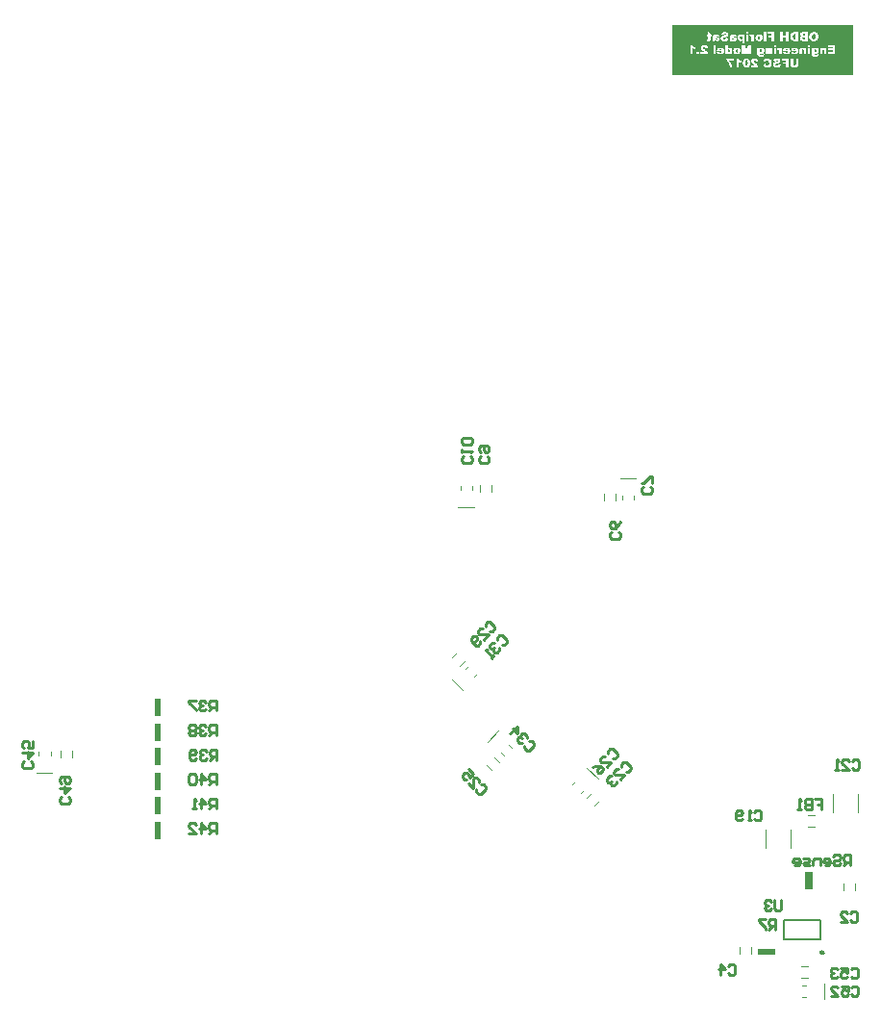
<source format=gbo>
%FSTAX23Y23*%
%MOIN*%
%SFA1B1*%

%IPPOS*%
%ADD11C,0.010000*%
%ADD73C,0.009840*%
%ADD75C,0.007870*%
%ADD77C,0.003940*%
%ADD78R,0.020000X0.060000*%
%ADD79R,0.025000X0.060000*%
%ADD80R,0.060000X0.020000*%
%LNpcb_obdh-1*%
%LPD*%
G36*
X05564Y06577D02*
Y06531D01*
Y06467*
X04935*
Y06531*
Y06577*
Y06642*
X05564*
Y06577*
G37*
%LNpcb_obdh-2*%
%LPC*%
G36*
X05129Y0657D02*
X0512D01*
Y0654*
X05128*
Y06543*
X05128Y06543*
X05128Y06543*
X05129Y06542*
X05129Y06542*
X0513Y06541*
X0513Y06541*
X05131Y06541*
X05131Y0654*
X05131Y0654*
X05131Y0654*
X05132Y0654*
X05132Y0654*
X05133Y0654*
X05134Y0654*
X05134Y06539*
X05135Y06539*
X05136*
X05136Y06539*
X05136Y06539*
X05137Y0654*
X05138Y0654*
X05139Y0654*
X05139Y0654*
X0514Y06541*
X0514Y06541*
X05141Y06542*
X05141Y06542*
X05142Y06543*
Y06543*
X05142Y06543*
X05142Y06543*
X05142Y06543*
X05142Y06544*
X05143Y06544*
X05143Y06545*
X05143Y06545*
X05144Y06546*
X05144Y06548*
X05144Y06549*
X05144Y06551*
Y06551*
Y06551*
Y06552*
X05144Y06552*
Y06552*
X05144Y06553*
X05144Y06554*
X05144Y06556*
X05143Y06557*
X05143Y06558*
X05142Y06559*
X05142Y06559*
X05142Y0656*
X05142Y0656*
X05141Y0656*
X05141Y0656*
X0514Y06561*
X05139Y06561*
X05138Y06562*
X05137Y06562*
X05136Y06562*
X05135Y06562*
X05135*
X05134Y06562*
X05134*
X05133Y06562*
X05133Y06562*
X05132Y06562*
X05132Y06562*
X05131*
X05131Y06562*
X05131Y06561*
X05131Y06561*
X0513Y06561*
X0513Y06561*
X05129Y0656*
X05129Y0656*
Y0657*
G37*
G36*
X05222Y06525D02*
X05221D01*
X05221Y06525*
X0522*
X05219Y06525*
X05218Y06525*
X05217Y06524*
X05216Y06524*
X05215Y06524*
X05215*
X05215Y06524*
X05215Y06524*
X05214Y06523*
X05214Y06523*
X05213Y06523*
X05212Y06522*
X05212Y06521*
X05211Y06521*
X05211Y06521*
X05211Y0652*
X05211Y0652*
X0521Y06519*
X0521Y06519*
X0521Y06518*
X0521Y06517*
X0521Y06516*
Y06516*
Y06516*
Y06516*
X0521Y06515*
X0521Y06514*
X0521Y06513*
X0521Y06513*
X05211Y06512*
X05211Y06511*
X05211Y06511*
X05212Y0651*
X05212Y0651*
X05213Y06509*
X05213Y06508*
X05215Y06507*
X05215Y06507*
X05216Y06506*
X05217Y06506*
X05217Y06505*
X05217Y06505*
X05218Y06505*
X05218Y06505*
X05219Y06504*
X0522Y06503*
X0522Y06503*
X05221Y06503*
X05221Y06503*
X05221Y06503*
X05221Y06502*
X05221Y06502*
X05222Y06502*
X05223Y06501*
X05209*
Y06494*
X05235*
Y06494*
Y06494*
X05235Y06494*
X05235Y06495*
X05235Y06495*
X05235Y06495*
X05234Y06496*
X05234Y06497*
X05234Y06498*
X05233Y065*
X05232Y06501*
Y06501*
X05232Y06501*
X05232Y06501*
X05232Y06502*
X05232Y06502*
X05231Y06502*
X05231Y06503*
X0523Y06503*
X0523Y06504*
X05229Y06504*
X05229Y06505*
X05228Y06506*
X05227Y06506*
X05226Y06507*
X05225Y06508*
X05224Y06509*
X05224Y06509*
X05224Y06509*
X05224Y06509*
X05223Y06509*
X05223Y0651*
X05222Y0651*
X05221Y06511*
X0522Y06512*
X0522Y06512*
X05219Y06513*
X05219Y06513*
X05219Y06513*
X05219Y06513*
X05219Y06513*
X05219Y06514*
X05218Y06514*
X05218Y06515*
X05218Y06515*
X05218Y06516*
Y06516*
Y06516*
X05218Y06516*
X05218Y06516*
X05218Y06517*
X05219Y06517*
X05219Y06518*
X05219Y06518*
X05219Y06518*
X05219Y06518*
X0522Y06518*
X0522Y06519*
X0522Y06519*
X05221Y06519*
X05221Y06519*
X05222Y06519*
X05222*
X05222Y06519*
X05223Y06519*
X05223Y06519*
X05224Y06519*
X05224Y06518*
X05224Y06518*
X05224Y06518*
X05225Y06518*
X05225Y06518*
X05225Y06517*
X05225Y06517*
X05225Y06516*
X05226Y06515*
X05226Y06514*
X05234Y06515*
Y06515*
Y06515*
X05234Y06515*
X05234Y06516*
X05234Y06516*
X05234Y06517*
X05234Y06518*
X05233Y06519*
X05233Y0652*
X05232Y06521*
X05232Y06521*
X05232Y06521*
X05232Y06521*
X05231Y06522*
X05231Y06522*
X0523Y06523*
X0523Y06523*
X05229Y06524*
X05229Y06524*
X05228Y06524*
X05228Y06524*
X05227Y06524*
X05226Y06525*
X05225Y06525*
X05223Y06525*
X05222Y06525*
G37*
G36*
X05211Y0657D02*
X05199D01*
X05194Y06552*
X05189Y0657*
X05177*
Y0654*
X05185*
Y06563*
X05191Y0654*
X05198*
X05204Y06563*
Y0654*
X05211*
Y0657*
G37*
G36*
X0516Y06562D02*
X05159D01*
X05159Y06562*
X05158Y06562*
X05158Y06562*
X05157Y06562*
X05156Y06562*
X05155Y06561*
X05154Y06561*
X05153Y06561*
X05152Y0656*
X05152Y0656*
X05151Y06559*
X0515Y06559*
X0515Y06559*
X0515Y06558*
X0515Y06558*
X0515Y06558*
X05149Y06558*
X05149Y06557*
X05149Y06556*
X05148Y06555*
X05148Y06554*
X05147Y06553*
X05147Y06552*
Y06551*
Y06551*
Y06551*
Y0655*
X05147Y0655*
X05147Y0655*
X05148Y06549*
X05148Y06549*
X05148Y06548*
X05148Y06547*
X05148Y06546*
X05149Y06545*
X05149Y06545*
X0515Y06544*
X0515Y06543*
X05151Y06543*
X05151Y06543*
X05151Y06542*
X05151Y06542*
X05151Y06542*
X05152Y06542*
X05152Y06542*
X05153Y06541*
X05153Y06541*
X05154Y06541*
X05154Y0654*
X05155Y0654*
X05156Y0654*
X05157Y0654*
X05158Y06539*
X05159Y06539*
X0516Y06539*
X05161*
X05161Y06539*
X05161*
X05162Y06539*
X05163Y0654*
X05163Y0654*
X05164Y0654*
X05166Y0654*
X05167Y06541*
X05168Y06542*
X05169Y06542*
X05169Y06542*
X05169Y06542*
X05169Y06542*
X05169Y06543*
X0517Y06543*
X0517Y06543*
X0517Y06544*
X05171Y06544*
X05171Y06545*
X05171Y06546*
X05172Y06546*
X05172Y06547*
X05172Y06548*
X05172Y06549*
X05173Y0655*
X05173Y06551*
Y06551*
Y06551*
Y06551*
X05173Y06552*
X05173Y06552*
X05172Y06553*
X05172Y06553*
X05172Y06554*
X05172Y06555*
X05172Y06556*
X05171Y06556*
X05171Y06557*
X0517Y06558*
X0517Y06559*
X05169Y06559*
X05169Y06559*
X05169Y06559*
X05169Y06559*
X05169Y0656*
X05168Y0656*
X05168Y0656*
X05167Y0656*
X05167Y06561*
X05166Y06561*
X05165Y06561*
X05165Y06562*
X05164Y06562*
X05163Y06562*
X05162Y06562*
X05161Y06562*
X0516Y06562*
G37*
G36*
X0503Y06548D02*
X05021D01*
Y0654*
X0503*
Y06548*
G37*
G36*
X05165Y06525D02*
X05158D01*
Y06494*
X05167*
Y06514*
X05167Y06514*
X05167Y06514*
X05168Y06514*
X05168Y06513*
X05169Y06513*
X0517Y06512*
X05171Y06512*
X05171Y06512*
X05171Y06511*
X05172Y06511*
X05172Y06511*
X05173Y06511*
X05174Y0651*
X05175Y0651*
X05176Y0651*
Y06517*
X05176*
X05176Y06517*
X05175Y06517*
X05175Y06517*
X05175Y06517*
X05174Y06517*
X05173Y06518*
X05172Y06518*
X05171Y06519*
X0517Y06519*
X05169Y0652*
X05169Y0652*
X05169Y0652*
X05168Y06521*
X05168Y06521*
X05167Y06522*
X05167Y06523*
X05166Y06524*
X05165Y06525*
G37*
G36*
X05047Y06571D02*
X05046D01*
X05046Y06571*
X05045*
X05044Y06571*
X05043Y06571*
X05042Y0657*
X05041Y0657*
X0504Y0657*
X0504*
X0504Y0657*
X0504Y0657*
X05039Y06569*
X05039Y06569*
X05038Y06569*
X05037Y06568*
X05037Y06567*
X05036Y06567*
X05036Y06567*
X05036Y06566*
X05036Y06566*
X05035Y06565*
X05035Y06565*
X05035Y06564*
X05035Y06563*
X05035Y06562*
Y06562*
Y06562*
Y06561*
X05035Y06561*
X05035Y0656*
X05035Y06559*
X05035Y06559*
X05036Y06558*
X05036Y06557*
X05036Y06557*
X05037Y06556*
X05037Y06556*
X05038Y06555*
X05038Y06554*
X05039Y06553*
X0504Y06553*
X05041Y06552*
X05041Y06552*
X05042Y06551*
X05042Y06551*
X05043Y06551*
X05043Y0655*
X05044Y0655*
X05045Y06549*
X05045Y06549*
X05046Y06549*
X05046Y06549*
X05046Y06548*
X05046Y06548*
X05046Y06548*
X05047Y06548*
X05048Y06547*
X05034*
Y0654*
X0506*
Y0654*
Y0654*
X0506Y0654*
X0506Y06541*
X0506Y06541*
X0506Y06541*
X05059Y06542*
X05059Y06543*
X05058Y06544*
X05058Y06546*
X05057Y06547*
Y06547*
X05057Y06547*
X05057Y06547*
X05057Y06548*
X05056Y06548*
X05056Y06548*
X05056Y06549*
X05055Y06549*
X05055Y0655*
X05054Y0655*
X05053Y06551*
X05053Y06552*
X05052Y06552*
X05051Y06553*
X0505Y06554*
X05049Y06555*
X05049Y06555*
X05049Y06555*
X05049Y06555*
X05048Y06555*
X05048Y06556*
X05047Y06556*
X05046Y06557*
X05045Y06558*
X05045Y06558*
X05044Y06559*
X05044Y06559*
X05044Y06559*
X05044Y06559*
X05044Y06559*
X05044Y0656*
X05043Y0656*
X05043Y06561*
X05043Y06561*
X05043Y06562*
Y06562*
Y06562*
X05043Y06562*
X05043Y06562*
X05043Y06563*
X05044Y06563*
X05044Y06564*
X05044Y06564*
X05044Y06564*
X05044Y06564*
X05045Y06564*
X05045Y06565*
X05045Y06565*
X05046Y06565*
X05046Y06565*
X05047Y06565*
X05047*
X05047Y06565*
X05048Y06565*
X05048Y06565*
X05048Y06565*
X05049Y06564*
X05049Y06564*
X05049Y06564*
X05049Y06564*
X0505Y06564*
X0505Y06563*
X0505Y06563*
X0505Y06562*
X0505Y06561*
X05051Y0656*
X05059Y06561*
Y06561*
Y06561*
X05059Y06561*
X05059Y06562*
X05059Y06562*
X05059Y06563*
X05058Y06564*
X05058Y06565*
X05058Y06566*
X05057Y06567*
X05057Y06567*
X05057Y06567*
X05057Y06567*
X05056Y06568*
X05056Y06568*
X05055Y06569*
X05054Y06569*
X05054Y0657*
X05054Y0657*
X05053Y0657*
X05053Y0657*
X05052Y0657*
X05051Y0657*
X0505Y06571*
X05048Y06571*
X05047Y06571*
G37*
G36*
X05296Y0657D02*
X05288D01*
Y06565*
X05296*
Y0657*
G37*
G36*
X05436Y06562D02*
X05435D01*
X05434Y06562*
X05433Y06562*
X05433Y06562*
X05432Y06562*
X05431Y06562*
X05431Y06562*
X05431Y06561*
X0543Y06561*
X0543Y06561*
X0543Y06561*
X05429Y0656*
X05429Y0656*
X05428Y06559*
X05428Y06559*
Y06562*
X0542*
Y06541*
Y0654*
Y0654*
Y0654*
X0542Y06539*
X0542Y06539*
X0542Y06538*
X0542Y06538*
X0542Y06537*
X05421Y06536*
X05421Y06536*
X05421Y06536*
X05421Y06536*
X05421Y06535*
X05421Y06535*
X05422Y06534*
X05422Y06534*
X05423Y06533*
X05423Y06533*
X05423Y06533*
X05423Y06533*
X05424Y06533*
X05424Y06532*
X05425Y06532*
X05426Y06532*
X05427Y06531*
X05427*
X05427Y06531*
X05428Y06531*
X05428Y06531*
X05429Y06531*
X0543Y06531*
X05431Y06531*
X05432*
X05433Y06531*
X05433*
X05434Y06531*
X05435Y06531*
X05435Y06531*
X05437Y06531*
X05438Y06532*
X05439Y06532*
X0544Y06532*
X0544Y06533*
X05441Y06533*
X05441Y06533*
X05441Y06533*
X05442Y06534*
X05442Y06534*
X05443Y06535*
X05443Y06536*
X05443Y06537*
X05443Y06538*
Y06538*
Y06539*
Y06539*
Y06539*
X05435Y06538*
Y06538*
X05435Y06538*
X05435Y06538*
X05435Y06538*
X05435Y06537*
X05434Y06537*
X05434Y06537*
X05434*
X05434Y06537*
X05434Y06537*
X05433Y06537*
X05433Y06536*
X05433Y06536*
X05432Y06536*
X05432Y06536*
X05431*
X05431Y06536*
X05431Y06536*
X0543Y06536*
X0543Y06537*
X05429Y06537*
X05429Y06537*
X05429Y06537*
X05429Y06537*
X05429Y06538*
X05429Y06538*
X05428Y06538*
X05428Y06539*
X05428Y0654*
X05428Y06541*
Y06544*
X05428Y06544*
X05428Y06544*
X05429Y06543*
X05429Y06543*
X0543Y06542*
X0543Y06542*
X05431Y06542*
X05431Y06542*
X05431Y06542*
X05431Y06541*
X05432Y06541*
X05433Y06541*
X05433Y06541*
X05434Y06541*
X05435Y06541*
X05435*
X05436Y06541*
X05436Y06541*
X05436Y06541*
X05437Y06541*
X05439Y06542*
X05439Y06542*
X0544Y06542*
X0544Y06543*
X05441Y06543*
X05441Y06544*
X05442Y06545*
Y06545*
X05442Y06545*
X05442Y06545*
X05442Y06545*
X05442Y06545*
X05443Y06546*
X05443Y06547*
X05443Y06548*
X05444Y06549*
X05444Y0655*
X05444Y06552*
Y06552*
Y06552*
Y06552*
X05444Y06553*
Y06553*
X05444Y06554*
X05444Y06555*
X05443Y06556*
X05443Y06557*
X05442Y06559*
X05441Y0656*
X05441Y0656*
X05441Y0656*
X05441Y0656*
X0544Y06561*
X0544Y06561*
X05439Y06562*
X05438Y06562*
X05436Y06562*
X05436Y06562*
G37*
G36*
X05005Y06571D02*
X04998D01*
Y0654*
X05006*
Y0656*
X05006Y0656*
X05006Y0656*
X05007Y0656*
X05007Y06559*
X05008Y06559*
X05009Y06558*
X0501Y06558*
X0501Y06558*
X0501Y06557*
X05011Y06557*
X05011Y06557*
X05012Y06557*
X05013Y06556*
X05014Y06556*
X05015Y06556*
Y06563*
X05015*
X05015Y06563*
X05015Y06563*
X05014Y06563*
X05014Y06563*
X05014Y06563*
X05013Y06564*
X05011Y06564*
X0501Y06565*
X05009Y06565*
X05008Y06566*
X05008Y06566*
X05008Y06566*
X05007Y06567*
X05007Y06567*
X05006Y06568*
X05006Y06569*
X05005Y0657*
X05005Y06571*
G37*
G36*
X05247Y06562D02*
X05246D01*
X05245Y06562*
X05245Y06562*
X05244Y06562*
X05243Y06562*
X05243Y06562*
X05242Y06562*
X05242Y06561*
X05242Y06561*
X05241Y06561*
X05241Y06561*
X0524Y0656*
X0524Y0656*
X05239Y06559*
X05239Y06559*
Y06562*
X05231*
Y06541*
Y0654*
Y0654*
Y0654*
X05231Y06539*
X05231Y06539*
X05231Y06538*
X05231Y06538*
X05232Y06537*
X05232Y06536*
X05232Y06536*
X05232Y06536*
X05232Y06536*
X05232Y06535*
X05233Y06535*
X05233Y06534*
X05234Y06534*
X05234Y06533*
X05234Y06533*
X05234Y06533*
X05235Y06533*
X05235Y06533*
X05236Y06532*
X05236Y06532*
X05237Y06532*
X05238Y06531*
X05238*
X05238Y06531*
X05239Y06531*
X05239Y06531*
X0524Y06531*
X05241Y06531*
X05242Y06531*
X05244*
X05244Y06531*
X05245*
X05245Y06531*
X05246Y06531*
X05247Y06531*
X05248Y06531*
X0525Y06532*
X0525Y06532*
X05251Y06532*
X05252Y06533*
X05252Y06533*
X05252Y06533*
X05253Y06533*
X05253Y06534*
X05253Y06534*
X05254Y06535*
X05254Y06536*
X05254Y06537*
X05255Y06538*
Y06538*
Y06539*
Y06539*
Y06539*
X05246Y06538*
Y06538*
X05246Y06538*
X05246Y06538*
X05246Y06538*
X05246Y06537*
X05246Y06537*
X05245Y06537*
X05245*
X05245Y06537*
X05245Y06537*
X05245Y06537*
X05244Y06536*
X05244Y06536*
X05244Y06536*
X05243Y06536*
X05243*
X05242Y06536*
X05242Y06536*
X05242Y06536*
X05241Y06537*
X05241Y06537*
X0524Y06537*
X0524Y06537*
X0524Y06537*
X0524Y06538*
X0524Y06538*
X0524Y06538*
X0524Y06539*
X05239Y0654*
X05239Y06541*
Y06544*
X05239Y06544*
X0524Y06544*
X0524Y06543*
X0524Y06543*
X05241Y06542*
X05241Y06542*
X05242Y06542*
X05242Y06542*
X05242Y06542*
X05243Y06541*
X05243Y06541*
X05244Y06541*
X05245Y06541*
X05245Y06541*
X05246Y06541*
X05247*
X05247Y06541*
X05247Y06541*
X05248Y06541*
X05249Y06541*
X0525Y06542*
X0525Y06542*
X05251Y06542*
X05252Y06543*
X05252Y06543*
X05253Y06544*
X05253Y06545*
Y06545*
X05253Y06545*
X05253Y06545*
X05254Y06545*
X05254Y06545*
X05254Y06546*
X05254Y06547*
X05255Y06548*
X05255Y06549*
X05255Y0655*
X05255Y06552*
Y06552*
Y06552*
Y06552*
X05255Y06553*
Y06553*
X05255Y06554*
X05255Y06555*
X05255Y06556*
X05254Y06557*
X05254Y06559*
X05253Y0656*
X05253Y0656*
X05253Y0656*
X05252Y0656*
X05252Y06561*
X05251Y06561*
X0525Y06562*
X05249Y06562*
X05248Y06562*
X05247Y06562*
G37*
G36*
X05414Y06562D02*
X05406D01*
Y0654*
X05414*
Y06562*
G37*
G36*
X05455Y06562D02*
X05455D01*
X05455Y06562*
X05454Y06562*
X05453Y06562*
X05453Y06562*
X05452Y06562*
X05451Y06561*
X0545Y0656*
X0545Y0656*
X0545Y0656*
X05449Y06559*
X05449Y06559*
X05449Y06558*
X05448Y06557*
X05448Y06555*
X05448Y06554*
Y0654*
X05456*
Y06552*
Y06552*
Y06552*
X05456Y06553*
X05457Y06553*
X05457Y06554*
X05457Y06555*
X05457Y06555*
X05457Y06555*
X05457Y06555*
X05458Y06555*
X05458Y06555*
X05458Y06556*
X05458Y06556*
X05459Y06556*
X05459Y06556*
X0546*
X0546Y06556*
X0546Y06556*
X05461Y06556*
X05461Y06555*
X05461Y06555*
X05462Y06555*
X05462Y06555*
X05462Y06554*
X05462Y06554*
X05462Y06554*
X05462Y06553*
X05463Y06552*
X05463Y06551*
X05463Y0655*
Y0654*
X05471*
Y06562*
X05463*
Y06558*
X05463Y06558*
X05463Y06559*
X05463Y06559*
X05462Y0656*
X05462Y0656*
X05461Y06561*
X0546Y06561*
X0546Y06561*
X0546Y06561*
X05459Y06562*
X05459Y06562*
X05459Y06562*
X05458Y06562*
X05457Y06562*
X05456Y06562*
X05455Y06562*
G37*
G36*
X05385D02*
X05384D01*
X05384Y06562*
X05383Y06562*
X05383Y06562*
X05382Y06562*
X05381Y06562*
X0538Y06561*
X05379Y0656*
X05379Y0656*
X05379Y0656*
X05378Y06559*
X05378Y06559*
X05378Y06558*
X05377Y06557*
X05377Y06555*
X05377Y06554*
Y0654*
X05386*
Y06552*
Y06552*
Y06552*
X05386Y06553*
X05386Y06553*
X05386Y06554*
X05386Y06555*
X05386Y06555*
X05386Y06555*
X05387Y06555*
X05387Y06555*
X05387Y06555*
X05387Y06556*
X05388Y06556*
X05388Y06556*
X05389Y06556*
X05389*
X05389Y06556*
X05389Y06556*
X0539Y06556*
X0539Y06555*
X05391Y06555*
X05391Y06555*
X05391Y06555*
X05391Y06554*
X05391Y06554*
X05391Y06554*
X05392Y06553*
X05392Y06552*
X05392Y06551*
X05392Y0655*
Y0654*
X054*
Y06562*
X05393*
Y06558*
X05392Y06558*
X05392Y06559*
X05392Y06559*
X05391Y0656*
X05391Y0656*
X0539Y06561*
X0539Y06561*
X05389Y06561*
X05389Y06561*
X05389Y06562*
X05388Y06562*
X05388Y06562*
X05387Y06562*
X05386Y06562*
X05386Y06562*
X05385Y06562*
G37*
G36*
X05296Y06562D02*
X05288D01*
Y0654*
X05296*
Y06562*
G37*
G36*
X05302Y06562D02*
X05302D01*
X05301Y06562*
X05301Y06562*
X053Y06562*
X053Y06562*
X05299Y06562*
X05298Y06561*
X05301Y06555*
X05301Y06555*
X05301Y06555*
X05301Y06555*
X05302Y06556*
X05302Y06556*
X05303Y06556*
X05303*
X05304Y06556*
X05304Y06556*
X05304Y06556*
X05305Y06555*
X05305Y06555*
X05306Y06554*
X05306Y06554*
X05306Y06554*
X05306Y06554*
X05306Y06553*
X05306Y06553*
X05306Y06552*
X05306Y06552*
X05307Y06551*
X05307Y06551*
X05307Y0655*
X05307Y06549*
X05307Y06548*
Y06547*
Y0654*
X05315*
Y06562*
X05307*
Y06558*
X05307Y06558*
X05307Y06559*
X05307Y06559*
X05307Y0656*
X05306Y06561*
X05306Y06561*
X05305Y06561*
X05305Y06562*
X05305Y06562*
X05305Y06562*
X05304Y06562*
X05304Y06562*
X05303Y06562*
X05303Y06562*
X05302Y06562*
G37*
G36*
X05501Y0657D02*
X05476D01*
Y06564*
X05492*
Y06559*
X05477*
Y06553*
X05492*
Y06547*
X05476*
Y0654*
X05501*
Y0657*
G37*
G36*
X05267Y06562D02*
X05266D01*
X05266Y06562*
X05265Y06562*
X05265Y06562*
X05264Y06562*
X05263Y06562*
X05262Y06561*
X05261Y0656*
X05261Y0656*
X05261Y0656*
X05261Y06559*
X0526Y06559*
X0526Y06558*
X05259Y06557*
X05259Y06555*
X05259Y06554*
Y0654*
X05268*
Y06552*
Y06552*
Y06552*
X05268Y06553*
X05268Y06553*
X05268Y06554*
X05268Y06555*
X05269Y06555*
X05269Y06555*
X05269Y06555*
X05269Y06555*
X05269Y06555*
X05269Y06556*
X0527Y06556*
X0527Y06556*
X05271Y06556*
X05271*
X05271Y06556*
X05271Y06556*
X05272Y06556*
X05272Y06555*
X05273Y06555*
X05273Y06555*
X05273Y06555*
X05273Y06554*
X05273Y06554*
X05274Y06554*
X05274Y06553*
X05274Y06552*
X05274Y06551*
X05274Y0655*
Y0654*
X05282*
Y06562*
X05275*
Y06558*
X05275Y06558*
X05274Y06559*
X05274Y06559*
X05273Y0656*
X05273Y0656*
X05272Y06561*
X05272Y06561*
X05271Y06561*
X05271Y06561*
X05271Y06562*
X0527Y06562*
X0527Y06562*
X05269Y06562*
X05268Y06562*
X05268Y06562*
X05267Y06562*
G37*
G36*
X05086Y0657D02*
X05078D01*
Y0654*
X05086*
Y0657*
G37*
G36*
X05361Y06562D02*
X0536D01*
X0536Y06562*
X05359*
X05358Y06562*
X05357Y06562*
X05356Y06562*
X05354Y06561*
X05353Y06561*
X05353*
X05353Y06561*
X05353Y06561*
X05352Y0656*
X05352Y0656*
X05351Y06559*
X0535Y06559*
X0535Y06558*
X05349Y06557*
Y06557*
X05349Y06557*
X05349Y06556*
X05349Y06556*
X05349Y06556*
X05348Y06555*
X05348Y06554*
X05348Y06553*
X05348Y06551*
X05348Y0655*
Y06549*
X05365*
Y06549*
X05364Y06548*
X05364Y06548*
X05364Y06548*
X05364Y06547*
X05364Y06546*
X05363Y06546*
X05363Y06546*
X05363Y06546*
X05363Y06545*
X05363Y06545*
X05362Y06545*
X05362Y06545*
X05361Y06544*
X0536Y06544*
X0536*
X0536Y06544*
X0536*
X05359Y06545*
X05358Y06545*
X05358*
X05358Y06545*
X05357Y06545*
X05357Y06546*
X05356Y06546*
X05348Y06546*
Y06546*
X05348Y06545*
X05348Y06545*
X05348Y06545*
X05349Y06544*
X05349Y06544*
X0535Y06543*
X05351Y06542*
X05352Y06541*
X05353Y06541*
X05353*
X05353Y06541*
X05353Y06541*
X05353Y06541*
X05354Y0654*
X05354Y0654*
X05354Y0654*
X05355Y0654*
X05355Y0654*
X05356Y0654*
X05357Y0654*
X05359Y06539*
X0536Y06539*
X05361*
X05362Y06539*
X05362*
X05363Y0654*
X05364Y0654*
X05365Y0654*
X05366Y0654*
X05367Y06541*
X05367Y06541*
X05368Y06541*
X05368Y06541*
X05369Y06542*
X05369Y06542*
X0537Y06543*
X05371Y06544*
X05371Y06545*
Y06545*
X05372Y06545*
X05372Y06545*
X05372Y06546*
X05372Y06546*
X05373Y06547*
X05373Y06548*
X05373Y0655*
X05373Y06551*
Y06551*
Y06551*
Y06551*
X05373Y06552*
X05373Y06552*
X05373Y06553*
X05373Y06554*
X05372Y06555*
X05372Y06557*
X05371Y06557*
X05371Y06558*
X0537Y06559*
X0537Y06559*
X0537Y06559*
X0537Y06559*
X05369Y06559*
X05369Y0656*
X05369Y0656*
X05368Y0656*
X05368Y0656*
X05367Y06561*
X05367Y06561*
X05366Y06561*
X05365Y06562*
X05365Y06562*
X05364Y06562*
X05363Y06562*
X05362Y06562*
X05361Y06562*
G37*
G36*
X05104D02*
X05103D01*
X05102Y06562*
X05102*
X05101Y06562*
X051Y06562*
X05099Y06562*
X05097Y06561*
X05096Y06561*
X05096*
X05096Y06561*
X05096Y06561*
X05095Y0656*
X05095Y0656*
X05094Y06559*
X05093Y06559*
X05093Y06558*
X05092Y06557*
Y06557*
X05092Y06557*
X05092Y06556*
X05092Y06556*
X05092Y06556*
X05091Y06555*
X05091Y06554*
X05091Y06553*
X05091Y06551*
X05091Y0655*
Y06549*
X05107*
Y06549*
X05107Y06548*
X05107Y06548*
X05107Y06548*
X05107Y06547*
X05107Y06546*
X05106Y06546*
X05106Y06546*
X05106Y06546*
X05106Y06545*
X05105Y06545*
X05105Y06545*
X05104Y06545*
X05104Y06544*
X05103Y06544*
X05103*
X05103Y06544*
X05102*
X05102Y06545*
X05101Y06545*
X05101*
X05101Y06545*
X051Y06545*
X051Y06546*
X05099Y06546*
X05091Y06546*
Y06546*
X05091Y06545*
X05091Y06545*
X05091Y06545*
X05092Y06544*
X05092Y06544*
X05093Y06543*
X05094Y06542*
X05095Y06541*
X05096Y06541*
X05096*
X05096Y06541*
X05096Y06541*
X05096Y06541*
X05096Y0654*
X05097Y0654*
X05097Y0654*
X05098Y0654*
X05098Y0654*
X05099Y0654*
X051Y0654*
X05102Y06539*
X05103Y06539*
X05104*
X05104Y06539*
X05105*
X05106Y0654*
X05107Y0654*
X05108Y0654*
X05109Y0654*
X0511Y06541*
X0511Y06541*
X05111Y06541*
X05111Y06541*
X05112Y06542*
X05112Y06542*
X05113Y06543*
X05114Y06544*
X05114Y06545*
Y06545*
X05114Y06545*
X05115Y06545*
X05115Y06546*
X05115Y06546*
X05115Y06547*
X05116Y06548*
X05116Y0655*
X05116Y06551*
Y06551*
Y06551*
Y06551*
X05116Y06552*
X05116Y06552*
X05116Y06553*
X05116Y06554*
X05115Y06555*
X05115Y06557*
X05114Y06557*
X05114Y06558*
X05113Y06559*
X05113Y06559*
X05113Y06559*
X05113Y06559*
X05112Y06559*
X05112Y0656*
X05112Y0656*
X05111Y0656*
X05111Y0656*
X0511Y06561*
X0511Y06561*
X05109Y06561*
X05108Y06562*
X05108Y06562*
X05107Y06562*
X05106Y06562*
X05105Y06562*
X05104Y06562*
G37*
G36*
X05332D02*
X05332D01*
X05331Y06562*
X05331*
X0533Y06562*
X05329Y06562*
X05327Y06562*
X05326Y06561*
X05325Y06561*
X05325*
X05325Y06561*
X05324Y06561*
X05324Y0656*
X05323Y0656*
X05323Y06559*
X05322Y06559*
X05321Y06558*
X05321Y06557*
Y06557*
X05321Y06557*
X05321Y06556*
X05321Y06556*
X0532Y06556*
X0532Y06555*
X0532Y06554*
X0532Y06553*
X05319Y06551*
X05319Y0655*
Y06549*
X05336*
Y06549*
X05336Y06548*
X05336Y06548*
X05336Y06548*
X05336Y06547*
X05335Y06546*
X05335Y06546*
X05335Y06546*
X05335Y06546*
X05335Y06545*
X05334Y06545*
X05334Y06545*
X05333Y06545*
X05333Y06544*
X05332Y06544*
X05332*
X05332Y06544*
X05331*
X0533Y06545*
X0533Y06545*
X0533*
X05329Y06545*
X05329Y06545*
X05329Y06546*
X05328Y06546*
X0532Y06546*
Y06546*
X0532Y06545*
X0532Y06545*
X0532Y06545*
X05321Y06544*
X05321Y06544*
X05322Y06543*
X05323Y06542*
X05323Y06541*
X05324Y06541*
X05324*
X05325Y06541*
X05325Y06541*
X05325Y06541*
X05325Y0654*
X05326Y0654*
X05326Y0654*
X05326Y0654*
X05327Y0654*
X05327Y0654*
X05329Y0654*
X0533Y06539*
X05332Y06539*
X05333*
X05333Y06539*
X05334*
X05335Y0654*
X05336Y0654*
X05337Y0654*
X05338Y0654*
X05339Y06541*
X05339Y06541*
X05339Y06541*
X0534Y06541*
X0534Y06542*
X05341Y06542*
X05342Y06543*
X05343Y06544*
X05343Y06545*
Y06545*
X05343Y06545*
X05343Y06545*
X05344Y06546*
X05344Y06546*
X05344Y06547*
X05345Y06548*
X05345Y0655*
X05345Y06551*
Y06551*
Y06551*
Y06551*
X05345Y06552*
X05345Y06552*
X05345Y06553*
X05344Y06554*
X05344Y06555*
X05343Y06557*
X05343Y06557*
X05343Y06558*
X05342Y06559*
X05342Y06559*
X05341Y06559*
X05341Y06559*
X05341Y06559*
X05341Y0656*
X05341Y0656*
X0534Y0656*
X0534Y0656*
X05339Y06561*
X05339Y06561*
X05338Y06561*
X05337Y06562*
X05336Y06562*
X05335Y06562*
X05334Y06562*
X05333Y06562*
X05332Y06562*
G37*
G36*
X05414Y0657D02*
X05406D01*
Y06565*
X05414*
Y0657*
G37*
G36*
X05149Y06524D02*
X05124D01*
Y06519*
X05125Y06519*
X05125Y06518*
X05125Y06518*
X05125Y06518*
X05126Y06517*
X05126Y06517*
X05127Y06516*
X05128Y06515*
X05129Y06514*
X0513Y06512*
Y06512*
X0513Y06512*
X0513Y06512*
X0513Y06512*
X0513Y06511*
X05131Y06511*
X05131Y0651*
X05131Y0651*
X05132Y06509*
X05132Y06508*
X05133Y06507*
X05133Y06505*
X05134Y06503*
Y06503*
X05134Y06503*
X05134Y06503*
X05134Y06502*
X05134Y06502*
X05134Y06502*
X05135Y06501*
X05135Y06501*
X05135Y065*
X05135Y06499*
X05135Y06498*
X05135Y06496*
X05136Y06494*
X05144*
Y06494*
X05144Y06494*
X05144Y06495*
X05144Y06495*
X05144Y06496*
X05144Y06497*
X05143Y06497*
X05143Y06498*
X05143Y06499*
X05143Y065*
X05142Y06502*
X05142Y06504*
X05141Y06506*
Y06506*
X05141Y06507*
X05141Y06507*
X0514Y06507*
X0514Y06508*
X0514Y06508*
X0514Y06509*
X05139Y0651*
X05139Y0651*
X05138Y06511*
X05137Y06513*
X05136Y06515*
X05134Y06517*
X05149*
Y06524*
G37*
G36*
X05298Y06525D02*
X05298D01*
X05297Y06525*
X05297*
X05296Y06525*
X05296Y06525*
X05295Y06525*
X05294Y06524*
X05292Y06524*
X05291Y06523*
X0529Y06523*
X05289Y06523*
X05289*
X05289Y06523*
X05289Y06522*
X05288Y06522*
X05288Y06521*
X05287Y0652*
X05287Y06519*
X05286Y06518*
X05286Y06517*
X05286Y06517*
X05286Y06516*
X05295Y06515*
Y06515*
X05295Y06516*
X05295Y06516*
X05295Y06516*
X05295Y06517*
X05295Y06517*
X05296Y06518*
X05296Y06518*
X05296Y06518*
X05296Y06518*
X05297Y06519*
X05297Y06519*
X05297Y06519*
X05298Y06519*
X05299Y06519*
X05299Y06519*
X05299*
X053Y06519*
X053*
X05301Y06519*
X05301Y06519*
X05302Y06518*
X05302Y06518*
X05302Y06518*
X05302Y06518*
X05302Y06517*
X05302Y06517*
X05302Y06517*
Y06517*
Y06517*
X05302Y06516*
X05302Y06516*
X05302Y06516*
X05302Y06515*
X05302*
X05302Y06515*
X05301Y06515*
X05301Y06515*
X05301Y06515*
X053Y06515*
X053Y06515*
X05299Y06514*
X05299*
X05298Y06514*
X05298Y06514*
X05298Y06514*
X05297Y06514*
X05297Y06514*
X05296Y06514*
X05295Y06514*
X05294Y06513*
X05292Y06513*
X05291Y06512*
X0529Y06512*
X0529Y06512*
X0529*
X0529Y06512*
X05289Y06511*
X05289Y06511*
X05288Y06511*
X05288Y0651*
X05287Y0651*
X05287Y06509*
X05286Y06508*
X05286Y06508*
X05286Y06508*
X05286Y06507*
X05285Y06507*
X05285Y06506*
X05285Y06506*
X05285Y06505*
X05285Y06504*
Y06504*
Y06504*
Y06504*
Y06503*
X05285Y06503*
X05285Y06502*
X05285Y06501*
X05285Y065*
X05286Y06499*
X05286Y06498*
X05286Y06498*
X05287Y06498*
X05287Y06498*
X05288Y06497*
X05288Y06496*
X05289Y06496*
X0529Y06495*
X05291Y06495*
X05291*
X05291Y06495*
X05291Y06495*
X05292Y06494*
X05292Y06494*
X05292Y06494*
X05293Y06494*
X05294Y06494*
X05295Y06494*
X05297Y06493*
X05298Y06493*
X05299*
X05299Y06493*
X053Y06494*
X05301Y06494*
X05302Y06494*
X05302Y06494*
X05304Y06494*
X05306Y06495*
X05307Y06495*
X05308Y06495*
X05308Y06496*
X05309Y06496*
X05309Y06496*
X05309Y06496*
X05309Y06497*
X05309Y06497*
X0531Y06497*
X0531Y06497*
X0531Y06498*
X05311Y06499*
X05312Y06501*
X05312Y06502*
X05312Y06503*
X05312Y06504*
X05303Y06505*
Y06504*
X05303Y06504*
X05303Y06504*
X05303Y06503*
X05303Y06502*
X05302Y06502*
X05302Y06501*
X05302Y06501*
X05302Y06501*
X05302Y06501*
X05301Y065*
X05301Y065*
X053Y065*
X05299Y06499*
X05298Y06499*
X05298*
X05297Y06499*
X05297Y06499*
X05296Y065*
X05296Y065*
X05295Y065*
X05295Y065*
X05295Y065*
X05295Y065*
X05295Y06501*
X05294Y06501*
X05294Y06502*
X05294Y06502*
X05294Y06502*
Y06503*
Y06503*
X05294Y06503*
X05294Y06503*
X05294Y06504*
X05294Y06504*
X05295Y06504*
X05295Y06505*
X05295Y06505*
X05295Y06505*
X05296Y06505*
X05296Y06505*
X05297Y06505*
X05297Y06506*
X05298Y06506*
X05299Y06506*
X053Y06506*
X053*
X053Y06506*
X053Y06506*
X05301Y06507*
X05301Y06507*
X05302Y06507*
X05302Y06507*
X05303Y06507*
X05305Y06508*
X05306Y06508*
X05307Y06509*
X05308Y0651*
X05309Y0651*
X05309Y0651*
X05309Y0651*
X05309Y06511*
X0531Y06512*
X0531Y06513*
X05311Y06514*
X05311Y06515*
X05311Y06515*
X05311Y06516*
Y06516*
Y06516*
X05311Y06517*
X05311Y06517*
X05311Y06518*
X05311Y06519*
X0531Y0652*
X0531Y0652*
X0531Y0652*
X0531Y06521*
X05309Y06521*
X05309Y06522*
X05308Y06522*
X05308Y06523*
X05307Y06523*
X05306Y06524*
X05306*
X05306Y06524*
X05306Y06524*
X05305Y06524*
X05305Y06524*
X05305Y06524*
X05304Y06524*
X05303Y06524*
X05301Y06525*
X053Y06525*
X05298Y06525*
G37*
G36*
X05339Y06524D02*
X05316D01*
Y06518*
X0533*
Y06512*
X05318*
Y06506*
X0533*
Y06494*
X05339*
Y06524*
G37*
G36*
X05266Y06525D02*
X05265D01*
X05265Y06525*
X05264*
X05264Y06525*
X05263Y06525*
X05263Y06525*
X05261Y06524*
X0526Y06524*
X05258Y06523*
X05257Y06523*
X05257Y06523*
X05257*
X05257Y06522*
X05256Y06522*
X05256Y06522*
X05256Y06522*
X05255Y06521*
X05254Y0652*
X05253Y06519*
X05253Y06517*
X05252Y06515*
X0526Y06514*
Y06514*
X0526Y06514*
X0526Y06514*
X0526Y06514*
X05261Y06515*
X05261Y06515*
X05261Y06516*
X05261Y06516*
X05261Y06516*
X05261Y06516*
X05262Y06516*
X05262Y06517*
X05263Y06517*
X05263*
X05263Y06517*
X05264Y06517*
X05264Y06518*
X05264Y06518*
X05265Y06518*
X05266Y06518*
X05266*
X05266Y06518*
X05267Y06518*
X05267Y06518*
X05268Y06517*
X05269Y06517*
X0527Y06516*
X0527Y06516*
X0527Y06515*
X05271Y06515*
X05271Y06515*
X05271Y06514*
X05271Y06514*
X05271Y06513*
X05272Y06512*
X05272Y06511*
X05272Y06509*
Y06509*
Y06509*
Y06509*
Y06508*
X05272Y06508*
Y06508*
X05272Y06506*
X05271Y06505*
X05271Y06504*
X05271Y06503*
X05271Y06503*
X0527Y06502*
X0527Y06502*
X0527Y06502*
X0527Y06502*
X05269Y06501*
X05268Y06501*
X05268Y06501*
X05267Y06501*
X05266Y065*
X05265*
X05265Y06501*
X05264Y06501*
X05264Y06501*
X05263Y06501*
X05262Y06501*
X05262Y06502*
X05262Y06502*
X05262Y06502*
X05261Y06503*
X05261Y06503*
X05261Y06504*
X0526Y06504*
X0526Y06505*
X0526Y06506*
X05252Y06504*
Y06504*
X05252Y06504*
X05252Y06504*
X05252Y06503*
X05252Y06503*
X05252Y06502*
X05253Y06501*
X05253Y065*
X05254Y06499*
X05254Y06498*
X05254Y06498*
X05255Y06498*
X05255Y06497*
X05255Y06497*
X05256Y06496*
X05257Y06496*
X05258Y06495*
X05259Y06495*
X05259Y06495*
X05259Y06494*
X0526Y06494*
X0526Y06494*
X05261Y06494*
X05263Y06494*
X05264Y06493*
X05265Y06493*
X05266*
X05267Y06493*
X05267*
X05268Y06494*
X0527Y06494*
X05271Y06494*
X05272Y06494*
X05274Y06495*
X05274*
X05274Y06495*
X05274Y06495*
X05274Y06495*
X05275Y06495*
X05275Y06496*
X05276Y06497*
X05277Y06498*
X05278Y06499*
X05279Y065*
Y065*
X05279Y065*
X05279Y065*
X05279Y06501*
X05279Y06501*
X0528Y06501*
X0528Y06502*
X0528Y06502*
X0528Y06503*
X0528Y06504*
X05281Y06505*
X05281Y06505*
X05281Y06507*
X05281Y06509*
Y06509*
Y0651*
Y0651*
X05281Y0651*
X05281Y06511*
X05281Y06512*
X05281Y06513*
X05281Y06513*
X0528Y06515*
X0528Y06516*
X05279Y06517*
X05279Y06518*
X05278Y06519*
X05278Y0652*
X05277Y06521*
X05277Y06521*
X05277Y06521*
X05277Y06521*
X05276Y06521*
X05276Y06522*
X05276Y06522*
X05275Y06522*
X05274Y06523*
X05274Y06523*
X05273Y06524*
X05272Y06524*
X05271Y06524*
X0527Y06525*
X05268Y06525*
X05267Y06525*
X05266Y06525*
G37*
G36*
X05061Y06616D02*
Y06607D01*
X05057*
Y06601*
X05061*
Y06593*
Y06593*
Y06593*
Y06593*
X05061Y06592*
X05061Y06592*
X05061Y06592*
X05061Y06591*
X05061Y06591*
X05061Y06591*
X0506Y06591*
X0506Y06591*
X0506Y06591*
X05059*
X05059Y06591*
X05059*
X05059Y06591*
X05058Y06591*
X05058Y06591*
X05057Y06591*
X05056Y06585*
X05056*
X05057Y06585*
X05057Y06585*
X05057Y06585*
X05058Y06585*
X05059Y06585*
X0506Y06585*
X05061Y06585*
X05062Y06585*
X05063*
X05063Y06585*
X05064Y06585*
X05065Y06585*
X05065Y06585*
X05066Y06585*
X05067Y06586*
X05067Y06586*
X05067Y06586*
X05067Y06586*
X05068Y06586*
X05068Y06586*
X05068Y06587*
X05069Y06587*
X05069Y06588*
Y06588*
X05069Y06588*
X05069Y06589*
X05069Y06589*
X0507Y0659*
X0507Y06591*
X0507Y06592*
X0507Y06593*
Y06601*
X05073*
Y06607*
X0507*
Y06611*
X05061Y06616*
G37*
G36*
X0534D02*
X0533D01*
Y06605*
X0532*
Y06616*
X05311*
Y06585*
X0532*
Y06598*
X0533*
Y06585*
X0534*
Y06616*
G37*
G36*
X05201D02*
X05192D01*
Y0661*
X05201*
Y06616*
G37*
G36*
X05149Y06608D02*
X05146D01*
X05146Y06608*
X05145Y06608*
X05144Y06608*
X05143Y06608*
X05142Y06607*
X05142*
X05141Y06607*
X05141Y06607*
X0514Y06607*
X0514Y06607*
X05139Y06606*
X05138Y06606*
X05138Y06606*
X05138Y06606*
X05138Y06605*
X05137Y06605*
X05137Y06605*
X05137Y06605*
X05137Y06604*
X05136Y06604*
X05136Y06603*
X05136Y06603*
X05136Y06603*
X05136Y06602*
X05136Y06602*
X05136Y06601*
X05136Y06601*
X05136Y066*
Y066*
Y0659*
Y0659*
Y0659*
Y06589*
Y06589*
X05135Y06588*
X05135Y06588*
X05135Y06588*
Y06587*
X05135Y06587*
X05135Y06587*
X05135Y06587*
X05135Y06587*
X05135Y06586*
X05134Y06585*
X05142*
Y06585*
X05142Y06585*
X05143Y06586*
X05143Y06586*
X05143Y06587*
Y06587*
X05143Y06587*
X05143Y06587*
X05143Y06588*
X05143Y06588*
X05144Y06588*
X05144Y06587*
X05144Y06587*
X05145Y06587*
X05145Y06586*
X05146Y06586*
X05147Y06586*
X05147Y06586*
X05147Y06586*
X05147Y06585*
X05148Y06585*
X05149Y06585*
X0515Y06585*
X05151Y06585*
X05152Y06585*
X05152*
X05152Y06585*
X05153*
X05153Y06585*
X05154Y06585*
X05155Y06585*
X05156Y06586*
X05157Y06586*
X05158Y06587*
X05158Y06587*
X05158Y06587*
X05158Y06587*
X05159Y06588*
X05159Y06588*
X05159Y06589*
X0516Y0659*
X0516Y06591*
Y06591*
Y06591*
Y06591*
X0516Y06592*
X0516Y06593*
X05159Y06593*
X05159Y06594*
X05159Y06595*
X05158Y06595*
X05158Y06595*
X05158Y06595*
X05158Y06596*
X05157Y06596*
X05156Y06596*
X05155Y06597*
X05154Y06597*
X05153Y06598*
X05153*
X05153Y06598*
X05152Y06598*
X05152Y06598*
X05152Y06598*
X05151Y06598*
X0515Y06598*
X05149Y06598*
X05148Y06599*
X05147Y06599*
X05147Y06599*
X05147Y06599*
X05147*
X05147Y06599*
X05146Y06599*
X05146Y06599*
X05145Y06599*
X05145Y066*
X05144Y066*
Y066*
Y066*
X05144Y06601*
Y06601*
X05144Y06602*
X05144Y06602*
X05144Y06602*
Y06602*
X05145Y06602*
X05145Y06602*
X05145Y06602*
X05145Y06603*
X05146Y06603*
X05146Y06603*
X05147*
X05147Y06603*
X05148*
X05149Y06602*
X05149Y06602*
X0515Y06602*
X0515*
X0515Y06602*
X0515Y06602*
X0515Y06602*
X0515Y06601*
X05151Y06601*
X05151Y06601*
X05151Y066*
X05159Y06601*
Y06601*
X05159Y06601*
X05159Y06602*
X05159Y06602*
X05158Y06603*
X05158Y06604*
X05158Y06604*
X05158Y06604*
X05158Y06605*
X05157Y06605*
X05157Y06605*
X05157Y06605*
X05156Y06606*
X05156Y06606*
X05155Y06606*
X05155Y06606*
X05155Y06607*
X05155Y06607*
X05155Y06607*
X05154Y06607*
X05154Y06607*
X05153Y06607*
X05152Y06607*
X05152*
X05152Y06607*
X05151Y06608*
X05151Y06608*
X0515Y06608*
X05149Y06608*
X05149Y06608*
G37*
G36*
X05193Y06525D02*
X05193D01*
X05192Y06525*
X05192Y06525*
X05191Y06525*
X0519Y06525*
X05189Y06524*
X05188Y06524*
X05188Y06524*
X05188Y06524*
X05188Y06524*
X05187Y06524*
X05186Y06523*
X05186Y06523*
X05185Y06522*
X05185Y06522*
X05185Y06522*
X05185Y06522*
X05184Y06521*
X05184Y06521*
X05184Y06521*
X05183Y0652*
X05183Y06519*
X05183Y06519*
X05183Y06519*
X05183Y06519*
X05182Y06518*
X05182Y06518*
X05182Y06517*
X05182Y06516*
Y06516*
X05182Y06516*
Y06516*
X05182Y06516*
X05182Y06516*
X05182Y06515*
X05181Y06514*
X05181Y06513*
X05181Y06512*
X05181Y06511*
X05181Y06509*
Y06509*
Y06509*
Y06509*
X05181Y06508*
Y06507*
X05181Y06506*
X05181Y06506*
X05181Y06505*
X05182Y06503*
X05182Y06501*
X05183Y065*
X05183Y06499*
X05183Y06498*
X05184Y06497*
X05184Y06497*
X05184Y06497*
X05184Y06497*
X05184Y06497*
X05185Y06496*
X05185Y06496*
X05186Y06496*
X05186Y06495*
X05187Y06495*
X05187Y06495*
X05188Y06494*
X05189Y06494*
X0519Y06494*
X05191Y06494*
X05192Y06493*
X05194Y06493*
X05194*
X05194Y06493*
X05195*
X05196Y06494*
X05197Y06494*
X05198Y06494*
X05199Y06494*
X052Y06495*
X052Y06495*
X052Y06495*
X05201Y06495*
X05201Y06495*
X05202Y06496*
X05202Y06497*
X05203Y06497*
X05204Y06498*
X05204Y06498*
X05204Y06498*
X05204Y06499*
X05204Y06499*
X05204Y065*
X05205Y06501*
X05205Y06502*
X05205Y06503*
Y06503*
Y06503*
X05205Y06503*
X05205Y06503*
X05205Y06504*
X05206Y06505*
X05206Y06506*
X05206Y06507*
X05206Y06508*
Y06509*
Y06509*
Y0651*
Y0651*
X05206Y06511*
X05206Y06511*
X05206Y06512*
X05206Y06513*
X05205Y06514*
X05205Y06516*
X05205Y06518*
X05204Y06519*
X05204Y0652*
X05203Y06521*
X05203Y06521*
X05203Y06521*
X05203Y06522*
X05202Y06522*
X05202Y06522*
X05202Y06522*
X05201Y06522*
X05201Y06523*
X052Y06523*
X052Y06523*
X05199Y06524*
X05198Y06524*
X05197Y06524*
X05197Y06525*
X05196Y06525*
X05194Y06525*
X05193Y06525*
G37*
G36*
X0509Y06608D02*
X05087D01*
X05087Y06608*
X05086Y06608*
X05085Y06608*
X05084Y06608*
X05083Y06607*
X05083*
X05082Y06607*
X05082Y06607*
X05081Y06607*
X05081Y06607*
X0508Y06606*
X05079Y06606*
X05079Y06606*
X05079Y06606*
X05079Y06605*
X05079Y06605*
X05078Y06605*
X05078Y06605*
X05078Y06604*
X05077Y06604*
X05077Y06603*
X05077Y06603*
X05077Y06603*
X05077Y06602*
X05077Y06602*
X05077Y06601*
X05077Y06601*
X05077Y066*
Y066*
Y0659*
Y0659*
Y0659*
Y06589*
Y06589*
X05076Y06588*
X05076Y06588*
X05076Y06588*
Y06587*
X05076Y06587*
X05076Y06587*
X05076Y06587*
X05076Y06587*
X05076Y06586*
X05075Y06585*
X05083*
Y06585*
X05083Y06585*
X05084Y06586*
X05084Y06586*
X05084Y06587*
Y06587*
X05084Y06587*
X05084Y06587*
X05084Y06588*
X05084Y06588*
X05085Y06588*
X05085Y06587*
X05085Y06587*
X05086Y06587*
X05086Y06586*
X05087Y06586*
X05088Y06586*
X05088Y06586*
X05088Y06586*
X05089Y06585*
X05089Y06585*
X0509Y06585*
X05091Y06585*
X05092Y06585*
X05093Y06585*
X05093*
X05093Y06585*
X05094*
X05094Y06585*
X05095Y06585*
X05096Y06585*
X05097Y06586*
X05098Y06586*
X05099Y06587*
X05099Y06587*
X05099Y06587*
X05099Y06587*
X051Y06588*
X051Y06588*
X05101Y06589*
X05101Y0659*
X05101Y06591*
Y06591*
Y06591*
Y06591*
X05101Y06592*
X05101Y06593*
X051Y06593*
X051Y06594*
X051Y06595*
X05099Y06595*
X05099Y06595*
X05099Y06595*
X05099Y06596*
X05098Y06596*
X05097Y06596*
X05096Y06597*
X05095Y06597*
X05094Y06598*
X05094*
X05094Y06598*
X05094Y06598*
X05093Y06598*
X05093Y06598*
X05092Y06598*
X05091Y06598*
X0509Y06598*
X05089Y06599*
X05088Y06599*
X05088Y06599*
X05088Y06599*
X05088*
X05088Y06599*
X05087Y06599*
X05087Y06599*
X05086Y06599*
X05086Y066*
X05085Y066*
Y066*
Y066*
X05085Y06601*
Y06601*
X05085Y06602*
X05085Y06602*
X05085Y06602*
Y06602*
X05086Y06602*
X05086Y06602*
X05086Y06602*
X05086Y06603*
X05087Y06603*
X05087Y06603*
X05088*
X05088Y06603*
X05089*
X0509Y06602*
X0509Y06602*
X05091Y06602*
X05091*
X05091Y06602*
X05091Y06602*
X05091Y06602*
X05091Y06601*
X05092Y06601*
X05092Y06601*
X05092Y066*
X051Y06601*
Y06601*
X051Y06601*
X051Y06602*
X051Y06602*
X05099Y06603*
X05099Y06604*
X05099Y06604*
X05099Y06604*
X05099Y06605*
X05099Y06605*
X05098Y06605*
X05098Y06605*
X05097Y06606*
X05097Y06606*
X05096Y06606*
X05096Y06606*
X05096Y06607*
X05096Y06607*
X05096Y06607*
X05095Y06607*
X05095Y06607*
X05094Y06607*
X05093Y06607*
X05093*
X05093Y06607*
X05092Y06608*
X05092Y06608*
X05091Y06608*
X05091Y06608*
X0509Y06608*
G37*
G36*
X05374Y06524D02*
X05365D01*
Y06506*
Y06506*
Y06505*
X05365Y06505*
X05365Y06504*
X05365Y06504*
X05364Y06503*
X05364Y06502*
X05364Y06502*
X05364Y06502*
X05363Y06502*
X05363Y06501*
X05363Y06501*
X05362Y06501*
X05361Y06501*
X05361Y06501*
X0536Y065*
X05359*
X05359Y06501*
X05358Y06501*
X05358Y06501*
X05357Y06501*
X05357Y06501*
X05356Y06502*
X05356Y06502*
X05356Y06502*
X05356Y06502*
X05355Y06503*
X05355Y06503*
X05355Y06504*
X05355Y06505*
X05355Y06506*
Y06524*
X05345*
Y06506*
Y06506*
Y06506*
X05345Y06505*
X05345Y06505*
X05345Y06504*
X05346Y06503*
X05346Y06502*
X05346Y06501*
X05346Y06501*
X05346Y06501*
X05346Y065*
X05347Y065*
X05347Y06499*
X05348Y06498*
X05348Y06498*
X05349Y06497*
X05349Y06497*
X05349Y06497*
X05349Y06496*
X0535Y06496*
X0535Y06495*
X05351Y06495*
X05352Y06495*
X05352Y06494*
X05353*
X05353Y06494*
X05353Y06494*
X05353Y06494*
X05354Y06494*
X05354Y06494*
X05355Y06494*
X05356Y06494*
X05358Y06493*
X05359Y06493*
X0536*
X0536Y06493*
X05361*
X05362Y06494*
X05363Y06494*
X05364Y06494*
X05364*
X05364Y06494*
X05365Y06494*
X05365Y06494*
X05366Y06494*
X05367Y06494*
X05368Y06495*
X05368Y06495*
X05368Y06495*
X05369Y06495*
X05369Y06495*
X05369Y06496*
X0537Y06496*
X0537Y06496*
X05371Y06497*
X05371Y06498*
X05372Y06498*
X05372Y06498*
X05372Y06498*
X05372Y06499*
X05373Y06499*
X05373Y065*
X05373Y065*
X05374Y06501*
Y06501*
X05374Y06501*
X05374Y06502*
X05374Y06502*
X05374Y06503*
X05374Y06504*
X05374Y06504*
X05374Y06505*
X05374Y06506*
Y06524*
G37*
G36*
X05427Y06616D02*
X05426D01*
X05426Y06616*
X05425Y06616*
X05424Y06616*
X05423Y06616*
X05423Y06616*
X05422Y06616*
X05421Y06615*
X0542Y06615*
X05419Y06615*
X05418Y06614*
X05417Y06613*
X05416Y06613*
X05415Y06612*
X05415Y06612*
X05415Y06612*
X05415Y06612*
X05414Y06611*
X05414Y06611*
X05414Y0661*
X05413Y0661*
X05413Y06609*
X05413Y06608*
X05412Y06608*
X05412Y06607*
X05412Y06606*
X05411Y06604*
X05411Y06603*
X05411Y06602*
X05411Y06601*
Y06601*
Y066*
Y066*
Y066*
X05411Y06599*
X05411Y06599*
X05411Y06598*
X05411Y06598*
X05411Y06596*
X05412Y06595*
X05412Y06593*
X05413Y06592*
Y06592*
X05413Y06592*
X05413Y06592*
X05413Y06591*
X05414Y06591*
X05414Y0659*
X05415Y06589*
X05416Y06588*
X05417Y06587*
X05418Y06587*
X05418*
X05418Y06587*
X05418Y06586*
X05419Y06586*
X05419Y06586*
X05419Y06586*
X0542Y06586*
X0542Y06586*
X05421Y06586*
X05422Y06585*
X05423Y06585*
X05425Y06585*
X05426Y06585*
X05427*
X05428Y06585*
X05428Y06585*
X05429*
X05429Y06585*
X05431Y06585*
X05432Y06585*
X05434Y06586*
X05435Y06586*
X05435*
X05435Y06586*
X05435Y06587*
X05436Y06587*
X05436Y06587*
X05437Y06588*
X05438Y06588*
X05439Y06589*
X0544Y0659*
X0544Y06592*
Y06592*
X05441Y06592*
X05441Y06592*
X05441Y06592*
X05441Y06593*
X05441Y06593*
X05441Y06593*
X05441Y06594*
X05442Y06595*
X05442Y06595*
X05442Y06597*
X05442Y06599*
X05443Y066*
Y06601*
Y06601*
Y06601*
X05442Y06602*
X05442Y06602*
X05442Y06603*
X05442Y06604*
X05442Y06605*
X05442Y06606*
X05442Y06607*
X05441Y06608*
X05441Y06609*
X0544Y06609*
X0544Y0661*
X05439Y06611*
X05438Y06612*
X05438Y06612*
X05438Y06612*
X05438Y06612*
X05438Y06613*
X05437Y06613*
X05437Y06613*
X05436Y06614*
X05435Y06614*
X05435Y06615*
X05434Y06615*
X05433Y06615*
X05432Y06616*
X05431Y06616*
X05429Y06616*
X05428Y06616*
X05427Y06616*
G37*
G36*
X05201Y06607D02*
X05192D01*
Y06585*
X05201*
Y06607*
G37*
G36*
X05237Y06608D02*
X05236D01*
X05236Y06608*
X05235Y06608*
X05235Y06608*
X05234Y06608*
X05233Y06607*
X05232Y06607*
X05231Y06607*
X0523Y06606*
X05229Y06606*
X05228Y06605*
X05228Y06605*
X05227Y06604*
X05227Y06604*
X05227Y06604*
X05227Y06604*
X05226Y06603*
X05226Y06603*
X05226Y06603*
X05225Y06602*
X05225Y06601*
X05225Y06599*
X05224Y06598*
X05224Y06597*
Y06596*
Y06596*
Y06596*
Y06596*
X05224Y06596*
X05224Y06595*
X05224Y06595*
X05224Y06594*
X05225Y06593*
X05225Y06592*
X05225Y06591*
X05226Y06591*
X05226Y0659*
X05226Y06589*
X05227Y06589*
X05228Y06588*
X05228Y06588*
X05228Y06588*
X05228Y06588*
X05228Y06587*
X05229Y06587*
X05229Y06587*
X05229Y06587*
X0523Y06586*
X05231Y06586*
X05231Y06586*
X05232Y06586*
X05233Y06585*
X05234Y06585*
X05235Y06585*
X05236Y06585*
X05237Y06585*
X05237*
X05238Y06585*
X05238*
X05239Y06585*
X05239Y06585*
X0524Y06585*
X05241Y06585*
X05243Y06586*
X05244Y06587*
X05245Y06587*
X05245Y06587*
X05245Y06588*
X05246Y06588*
X05246Y06588*
X05246Y06588*
X05246Y06588*
X05247Y06589*
X05247Y06589*
X05247Y0659*
X05248Y0659*
X05248Y06591*
X05248Y06592*
X05249Y06593*
X05249Y06593*
X05249Y06594*
X05249Y06595*
X05249Y06596*
Y06596*
Y06596*
Y06597*
X05249Y06597*
X05249Y06597*
X05249Y06598*
X05249Y06599*
X05249Y06599*
X05249Y066*
X05248Y06601*
X05248Y06602*
X05248Y06603*
X05247Y06603*
X05247Y06604*
X05246Y06605*
X05246Y06605*
X05246Y06605*
X05246Y06605*
X05245Y06605*
X05245Y06605*
X05245Y06606*
X05244Y06606*
X05244Y06606*
X05243Y06606*
X05242Y06607*
X05242Y06607*
X05241Y06607*
X0524Y06608*
X05239Y06608*
X05238Y06608*
X05237Y06608*
G37*
G36*
X05172D02*
X05172D01*
X05171Y06608*
X05171Y06608*
X05171Y06608*
X0517Y06607*
X05168Y06607*
X05168Y06607*
X05167Y06606*
X05167Y06606*
X05166Y06606*
X05166Y06605*
X05165Y06604*
X05165Y06604*
X05165Y06604*
X05165Y06604*
X05165Y06604*
X05165Y06603*
X05165Y06603*
X05164Y06603*
X05164Y06602*
X05164Y06601*
X05163Y06599*
X05163Y06598*
X05163Y06596*
Y06596*
Y06596*
Y06596*
X05163Y06595*
Y06595*
X05163Y06594*
X05163Y06593*
X05163Y06592*
X05164Y0659*
X05165Y06589*
X05165Y06588*
X05165Y06588*
Y06588*
X05166Y06588*
X05166Y06587*
X05167Y06587*
X05167Y06586*
X05168Y06586*
X05169Y06585*
X05171Y06585*
X05171Y06585*
X05172Y06585*
X05172*
X05173Y06585*
X05173*
X05174Y06585*
X05174Y06585*
X05175Y06585*
X05176Y06585*
X05176Y06585*
X05176Y06586*
X05176Y06586*
X05177Y06586*
X05177Y06586*
X05178Y06587*
X05178Y06587*
X05179Y06587*
Y06577*
X05187*
Y06607*
X05179*
Y06604*
X05179Y06604*
X05179Y06604*
X05179Y06605*
X05178Y06605*
X05178Y06606*
X05177Y06606*
X05177Y06606*
X05176Y06607*
X05176Y06607*
X05176Y06607*
X05175Y06607*
X05175Y06607*
X05174Y06608*
X05174Y06608*
X05173Y06608*
X05172Y06608*
G37*
G36*
X05117Y06616D02*
X05117D01*
X05117Y06616*
X05116*
X05115Y06616*
X05115Y06616*
X05114Y06616*
X05113Y06616*
X05111Y06615*
X0511Y06615*
X05109Y06614*
X05109Y06614*
X05109*
X05109Y06614*
X05108Y06614*
X05108Y06613*
X05107Y06612*
X05106Y06611*
X05106Y0661*
X05105Y0661*
X05105Y06609*
X05105Y06608*
X05105Y06607*
X05114Y06607*
Y06607*
X05114Y06607*
X05114Y06607*
X05114Y06608*
X05114Y06608*
X05115Y06609*
X05115Y06609*
X05115Y0661*
X05115Y0661*
X05115Y0661*
X05116Y0661*
X05116Y0661*
X05117Y0661*
X05117Y0661*
X05118Y06611*
X05118Y06611*
X05119*
X05119Y06611*
X05119*
X0512Y0661*
X0512Y0661*
X05121Y0661*
X05121Y0661*
X05121Y0661*
X05121Y06609*
X05122Y06609*
X05122Y06609*
X05122Y06608*
Y06608*
Y06608*
X05122Y06608*
X05121Y06607*
X05121Y06607*
X05121Y06607*
X05121*
X05121Y06607*
X05121Y06607*
X0512Y06606*
X0512Y06606*
X05119Y06606*
X05119Y06606*
X05118Y06606*
X05118*
X05118Y06606*
X05117Y06606*
X05117Y06605*
X05116Y06605*
X05116Y06605*
X05115Y06605*
X05115Y06605*
X05113Y06604*
X05112Y06604*
X0511Y06604*
X0511Y06603*
X05109Y06603*
X05109*
X05109Y06603*
X05109Y06603*
X05108Y06602*
X05108Y06602*
X05107Y06602*
X05106Y06601*
X05106Y066*
X05105Y066*
X05105Y066*
X05105Y06599*
X05105Y06599*
X05105Y06598*
X05104Y06598*
X05104Y06597*
X05104Y06596*
X05104Y06595*
Y06595*
Y06595*
Y06595*
Y06595*
X05104Y06594*
X05104Y06593*
X05104Y06593*
X05105Y06592*
X05105Y06591*
X05106Y0659*
X05106Y0659*
X05106Y06589*
X05106Y06589*
X05107Y06588*
X05107Y06588*
X05108Y06587*
X05109Y06587*
X0511Y06586*
X0511*
X0511Y06586*
X0511Y06586*
X05111Y06586*
X05111Y06586*
X05111Y06586*
X05112Y06585*
X05113Y06585*
X05114Y06585*
X05116Y06585*
X05117Y06585*
X05118*
X05119Y06585*
X05119Y06585*
X0512Y06585*
X05121Y06585*
X05122Y06585*
X05123Y06585*
X05125Y06586*
X05126Y06586*
X05127Y06587*
X05128Y06587*
X05128Y06588*
X05128Y06588*
X05128Y06588*
X05128Y06588*
X05129Y06588*
X05129Y06589*
X05129Y06589*
X0513Y0659*
X0513Y06591*
X05131Y06592*
X05131Y06594*
X05131Y06594*
X05131Y06595*
X05123Y06596*
Y06596*
X05122Y06596*
X05122Y06595*
X05122Y06595*
X05122Y06594*
X05122Y06593*
X05121Y06593*
X05121Y06592*
X05121Y06592*
X05121Y06592*
X0512Y06592*
X0512Y06591*
X05119Y06591*
X05118Y06591*
X05117Y06591*
X05117*
X05117Y06591*
X05116Y06591*
X05116Y06591*
X05115Y06591*
X05115Y06591*
X05114Y06592*
X05114Y06592*
X05114Y06592*
X05114Y06592*
X05114Y06592*
X05113Y06593*
X05113Y06593*
X05113Y06594*
Y06594*
Y06594*
X05113Y06594*
X05113Y06595*
X05113Y06595*
X05114Y06595*
X05114Y06596*
X05114Y06596*
X05114Y06596*
X05114Y06596*
X05115Y06596*
X05115Y06597*
X05116Y06597*
X05117Y06597*
X05118Y06597*
X05118Y06598*
X05119Y06598*
X05119*
X05119Y06598*
X0512Y06598*
X0512Y06598*
X0512Y06598*
X05121Y06598*
X05122Y06598*
X05122Y06599*
X05124Y06599*
X05125Y066*
X05127Y06601*
X05127Y06601*
X05128Y06601*
X05128Y06602*
X05128Y06602*
X05129Y06602*
X05129Y06603*
X0513Y06604*
X0513Y06605*
X0513Y06606*
X0513Y06607*
X0513Y06607*
Y06607*
Y06608*
X0513Y06608*
X0513Y06609*
X0513Y06609*
X0513Y0661*
X05129Y06611*
X05129Y06612*
X05129Y06612*
X05129Y06612*
X05128Y06612*
X05128Y06613*
X05127Y06613*
X05127Y06614*
X05126Y06615*
X05125Y06615*
X05125*
X05125Y06615*
X05125Y06615*
X05124Y06615*
X05124Y06615*
X05124Y06615*
X05123Y06616*
X05122Y06616*
X05121Y06616*
X05119Y06616*
X05117Y06616*
G37*
G36*
X05207Y06608D02*
X05206D01*
X05206Y06608*
X05206Y06608*
X05205Y06608*
X05204Y06607*
X05203Y06607*
X05203Y06607*
X05205Y06601*
X05205Y06601*
X05206Y06601*
X05206Y06601*
X05206Y06601*
X05207Y06601*
X05207Y06601*
X05208*
X05208Y06601*
X05209Y06601*
X05209Y06601*
X05209Y06601*
X0521Y066*
X0521Y066*
X0521Y066*
X0521Y06599*
X05211Y06599*
X05211Y06599*
X05211Y06598*
X05211Y06598*
X05211Y06597*
X05211Y06597*
X05211Y06596*
X05211Y06595*
X05211Y06594*
X05211Y06594*
Y06593*
Y06585*
X0522*
Y06607*
X05212*
Y06604*
X05212Y06604*
X05212Y06604*
X05212Y06604*
X05211Y06605*
X05211Y06606*
X0521Y06606*
X0521Y06607*
X0521Y06607*
X0521Y06607*
X05209Y06607*
X05209Y06607*
X05209Y06608*
X05208Y06608*
X05207Y06608*
X05207Y06608*
G37*
G36*
X05373Y06616D02*
X05358D01*
X05358Y06616*
X05357*
X05356Y06616*
X05355Y06615*
X05354Y06615*
X05353Y06615*
X05352Y06615*
X05352*
X05352Y06614*
X05352Y06614*
X05351Y06614*
X05351Y06614*
X0535Y06613*
X05349Y06613*
X05349Y06612*
X05348Y06611*
X05348Y06611*
X05348Y06611*
X05347Y06611*
X05347Y0661*
X05347Y06609*
X05346Y06608*
X05346Y06607*
X05346Y06606*
Y06606*
X05345Y06606*
X05345Y06606*
X05345Y06605*
X05345Y06605*
X05345Y06604*
X05345Y06603*
X05345Y06602*
X05345Y06601*
Y06601*
Y066*
Y066*
Y066*
X05345Y06599*
Y06599*
X05345Y06598*
X05345Y06597*
X05345Y06595*
X05346Y06594*
X05346Y06593*
X05346Y06593*
X05346Y06593*
X05346Y06592*
X05347Y06591*
X05347Y06591*
X05348Y0659*
X05348Y06589*
X05349Y06589*
X05349Y06588*
X05349Y06588*
X0535Y06588*
X0535Y06588*
X05351Y06587*
X05352Y06587*
X05352Y06586*
X05353Y06586*
X05353*
X05353Y06586*
X05354*
X05354Y06586*
X05354Y06586*
X05355Y06586*
X05356Y06586*
X05357Y06585*
X05358Y06585*
X05359Y06585*
X05373*
Y06616*
G37*
G36*
X05406D02*
X05388D01*
X05388Y06616*
X05387*
X05387Y06616*
X05386Y06615*
X05385Y06615*
X05384Y06615*
X05383Y06614*
X05382Y06613*
X05381Y06613*
X05381Y06613*
X05381Y06613*
X0538Y06612*
X0538Y06611*
X0538Y0661*
X05379Y06609*
X05379Y06608*
Y06608*
Y06608*
X05379Y06607*
X05379Y06607*
X0538Y06606*
X0538Y06605*
X0538Y06604*
X05381Y06603*
X05381Y06603*
X05381Y06603*
X05381Y06603*
X05382Y06603*
X05382Y06602*
X05383Y06602*
X05383Y06602*
X05384Y06601*
X05384*
X05384Y06601*
X05384*
X05384Y06601*
X05383Y06601*
X05382Y06601*
X05382Y066*
X05381Y066*
X0538Y06599*
X05379Y06599*
X05379Y06599*
X05379Y06598*
X05379Y06598*
X05379Y06597*
X05378Y06597*
X05378Y06596*
X05378Y06595*
X05378Y06594*
Y06594*
Y06593*
X05378Y06593*
X05378Y06592*
X05378Y06592*
X05378Y06591*
X05379Y0659*
X05379Y0659*
X05379Y0659*
X05379Y06589*
X05379Y06589*
X0538Y06589*
X0538Y06588*
X05381Y06588*
X05381Y06587*
X05382Y06587*
X05382*
X05382Y06587*
X05382Y06586*
X05383Y06586*
X05383Y06586*
X05384Y06586*
X05385Y06586*
X05386Y06586*
X05386*
X05386Y06586*
X05387Y06586*
X05387Y06586*
X05388Y06585*
X05389Y06585*
X05389Y06585*
X05406*
Y06616*
G37*
G36*
X05262D02*
X05254D01*
Y06585*
X05262*
Y06616*
G37*
G36*
X0529D02*
X05267D01*
Y06609*
X05281*
Y06604*
X05269*
Y06598*
X05281*
Y06585*
X0529*
Y06616*
G37*
%LNpcb_obdh-3*%
%LPD*%
G36*
X05133Y06556D02*
X05133Y06556D01*
X05134Y06556*
X05134Y06556*
X05135Y06555*
X05135Y06555*
X05135Y06555*
X05135Y06555*
X05135Y06554*
X05135Y06554*
X05136Y06553*
X05136Y06553*
X05136Y06552*
X05136Y06551*
Y06551*
Y0655*
X05136Y0655*
X05136Y06549*
X05136Y06549*
X05135Y06548*
X05135Y06547*
X05135Y06547*
X05135Y06547*
X05135Y06547*
X05134Y06546*
X05134Y06546*
X05134Y06546*
X05133Y06546*
X05133Y06546*
X05132Y06546*
X05132*
X05132Y06546*
X05131Y06546*
X05131Y06546*
X05131Y06546*
X0513Y06546*
X0513Y06547*
X0513Y06547*
X0513Y06547*
X05129Y06547*
X05129Y06548*
X05129Y06548*
X05129Y06549*
X05129Y0655*
X05129Y06551*
Y06551*
Y06551*
Y06551*
X05129Y06552*
X05129Y06552*
X05129Y06553*
X05129Y06554*
X05129Y06554*
X0513Y06555*
X0513Y06555*
X0513Y06555*
X0513Y06555*
X0513Y06555*
X05131Y06556*
X05131Y06556*
X05132Y06556*
X05132Y06556*
X05133*
X05133Y06556*
G37*
G36*
X05161Y06557D02*
X05161Y06556D01*
X05162Y06556*
X05162Y06556*
X05163Y06556*
X05163Y06555*
X05163Y06555*
X05163Y06555*
X05163Y06555*
X05164Y06554*
X05164Y06553*
X05164Y06553*
X05164Y06552*
X05164Y06551*
Y06551*
Y06551*
Y0655*
X05164Y0655*
X05164Y06549*
X05164Y06548*
X05164Y06548*
X05163Y06547*
X05163Y06546*
X05163Y06546*
X05163Y06546*
X05163Y06546*
X05162Y06546*
X05162Y06546*
X05161Y06545*
X05161Y06545*
X0516Y06545*
X0516*
X05159Y06545*
X05159Y06545*
X05158Y06545*
X05158Y06546*
X05157Y06546*
X05157Y06546*
X05157Y06546*
X05157Y06547*
X05157Y06547*
X05156Y06548*
X05156Y06548*
X05156Y06549*
X05156Y0655*
X05156Y06551*
Y06551*
Y06551*
Y06551*
X05156Y06552*
X05156Y06553*
X05156Y06553*
X05156Y06554*
X05157Y06555*
X05157Y06555*
X05157Y06555*
X05157Y06555*
X05158Y06556*
X05158Y06556*
X05158Y06556*
X05159Y06556*
X05159Y06557*
X0516Y06557*
X0516*
X05161Y06557*
G37*
G36*
X05433Y06556D02*
X05433Y06556D01*
X05433Y06556*
X05434Y06556*
X05434Y06555*
X05435Y06555*
X05435Y06555*
X05435Y06555*
X05435Y06555*
X05435Y06554*
X05435Y06554*
X05435Y06553*
X05435Y06552*
X05435Y06551*
Y06551*
Y06551*
X05435Y0655*
X05435Y0655*
X05435Y06549*
X05435Y06549*
X05435Y06548*
X05434Y06548*
X05434Y06548*
X05434Y06547*
X05434Y06547*
X05434Y06547*
X05433Y06547*
X05433Y06547*
X05432Y06547*
X05432Y06546*
X05432*
X05431Y06547*
X05431Y06547*
X0543Y06547*
X0543Y06547*
X0543Y06547*
X05429Y06548*
X05429Y06548*
X05429Y06548*
X05429Y06548*
X05429Y06549*
X05428Y06549*
X05428Y0655*
X05428Y0655*
X05428Y06551*
Y06551*
Y06552*
X05428Y06552*
X05428Y06553*
X05428Y06553*
X05429Y06554*
X05429Y06554*
X05429Y06555*
X05429Y06555*
X05429Y06555*
X0543Y06555*
X0543Y06556*
X0543Y06556*
X05431Y06556*
X05431Y06556*
X05432Y06556*
X05432*
X05433Y06556*
G37*
G36*
X05244D02*
X05244Y06556D01*
X05245Y06556*
X05245Y06556*
X05245Y06555*
X05246Y06555*
X05246Y06555*
X05246Y06555*
X05246Y06555*
X05246Y06554*
X05246Y06554*
X05247Y06553*
X05247Y06552*
X05247Y06551*
Y06551*
Y06551*
X05247Y0655*
X05247Y0655*
X05247Y06549*
X05246Y06549*
X05246Y06548*
X05246Y06548*
X05246Y06548*
X05246Y06547*
X05245Y06547*
X05245Y06547*
X05245Y06547*
X05244Y06547*
X05244Y06547*
X05243Y06546*
X05243*
X05243Y06547*
X05242Y06547*
X05242Y06547*
X05241Y06547*
X05241Y06547*
X0524Y06548*
X0524Y06548*
X0524Y06548*
X0524Y06548*
X0524Y06549*
X0524Y06549*
X0524Y0655*
X05239Y0655*
X05239Y06551*
Y06551*
Y06552*
X05239Y06552*
X05239Y06553*
X0524Y06553*
X0524Y06554*
X0524Y06554*
X05241Y06555*
X05241Y06555*
X05241Y06555*
X05241Y06555*
X05241Y06556*
X05242Y06556*
X05242Y06556*
X05243Y06556*
X05243Y06556*
X05244*
X05244Y06556*
G37*
G36*
X05361Y06557D02*
X05362Y06557D01*
X05362Y06557*
X05363Y06557*
X05363Y06556*
X05364Y06556*
X05364Y06556*
X05364Y06556*
X05364Y06555*
X05364Y06555*
X05364Y06555*
X05364Y06554*
X05364Y06554*
X05365Y06553*
X05356*
Y06553*
X05356Y06553*
X05356Y06554*
X05357Y06554*
X05357Y06555*
X05357Y06555*
X05357Y06556*
X05358Y06556*
X05358Y06556*
X05358Y06557*
X05358Y06557*
X05358Y06557*
X05359Y06557*
X05359Y06557*
X0536Y06557*
X0536Y06557*
X05361*
X05361Y06557*
G37*
G36*
X05104D02*
X05104Y06557D01*
X05105Y06557*
X05105Y06557*
X05106Y06556*
X05106Y06556*
X05107Y06556*
X05107Y06556*
X05107Y06555*
X05107Y06555*
X05107Y06555*
X05107Y06554*
X05107Y06554*
X05107Y06553*
X05099*
Y06553*
X05099Y06553*
X05099Y06554*
X05099Y06554*
X051Y06555*
X051Y06555*
X051Y06556*
X051Y06556*
X05101Y06556*
X05101Y06557*
X05101Y06557*
X05101Y06557*
X05102Y06557*
X05102Y06557*
X05103Y06557*
X05103Y06557*
X05104*
X05104Y06557*
G37*
G36*
X05333D02*
X05333Y06557D01*
X05334Y06557*
X05334Y06557*
X05335Y06556*
X05335Y06556*
X05335Y06556*
X05335Y06556*
X05335Y06555*
X05336Y06555*
X05336Y06555*
X05336Y06554*
X05336Y06554*
X05336Y06553*
X05328*
Y06553*
X05328Y06553*
X05328Y06554*
X05328Y06554*
X05328Y06555*
X05329Y06555*
X05329Y06556*
X05329Y06556*
X05329Y06556*
X05329Y06557*
X0533Y06557*
X0533Y06557*
X0533Y06557*
X05331Y06557*
X05331Y06557*
X05332Y06557*
X05332*
X05333Y06557*
G37*
G36*
X05144Y06596D02*
X05144Y06595D01*
X05145Y06595*
X05145Y06595*
X05146Y06595*
X05147Y06595*
X05147Y06595*
X05148Y06594*
X05148Y06594*
X05149Y06594*
X05149Y06594*
X0515Y06594*
X0515Y06593*
X05151Y06593*
Y06593*
X05151Y06593*
X05151Y06593*
X05151Y06592*
X05151Y06592*
X05151Y06592*
Y06592*
Y06591*
X05151Y06591*
Y06591*
X05151Y06591*
X05151Y0659*
X05151Y0659*
X05151*
X05151Y0659*
X0515Y0659*
X0515Y0659*
X0515Y0659*
X05149Y0659*
X05149Y06589*
X05148*
X05148Y0659*
X05148*
X05147Y0659*
X05147Y0659*
X05146Y0659*
X05146Y0659*
X05146Y0659*
X05146Y0659*
X05145Y06591*
X05145Y06591*
X05145Y06591*
X05144Y06592*
Y06592*
X05144Y06592*
X05144Y06592*
X05144Y06592*
X05144Y06593*
X05144Y06593*
X05144Y06594*
Y06594*
Y06596*
X05144*
X05144Y06596*
G37*
G36*
X05194Y06519D02*
X05194Y06519D01*
X05195Y06519*
X05195Y06519*
X05196Y06518*
X05196Y06518*
X05197Y06517*
X05197Y06517*
X05197Y06517*
X05197Y06516*
X05197Y06516*
X05197Y06516*
X05197Y06515*
X05197Y06515*
X05197Y06514*
X05197Y06514*
X05197Y06513*
X05197Y06512*
Y06511*
X05198Y0651*
Y06509*
Y06509*
Y06509*
Y06509*
Y06508*
X05197Y06508*
Y06507*
X05197Y06506*
X05197Y06505*
X05197Y06503*
X05197Y06503*
X05197Y06502*
X05197Y06502*
X05197Y06501*
X05196Y06501*
X05196Y06501*
X05196Y06501*
X05196Y065*
X05195Y065*
X05195Y065*
X05194Y06499*
X05194Y06499*
X05193*
X05193Y06499*
X05193Y06499*
X05192Y06499*
X05192Y065*
X05192Y065*
X05191Y065*
X05191Y065*
X05191Y065*
X05191Y065*
X05191Y06501*
X05191Y06501*
X0519Y06502*
X0519Y06502*
X0519Y06503*
Y06503*
X0519Y06503*
X0519Y06504*
X0519Y06504*
X0519Y06505*
X0519Y06506*
X05189Y06508*
Y06509*
Y06509*
Y06509*
Y0651*
Y0651*
X0519Y0651*
Y06511*
X0519Y06512*
X0519Y06514*
X0519Y06515*
X0519Y06516*
X0519Y06516*
X0519Y06517*
X05191Y06517*
X05191Y06517*
X05191Y06517*
X05191Y06518*
X05191Y06518*
X05192Y06519*
X05192Y06519*
X05193Y06519*
X05194Y06519*
X05194*
X05194Y06519*
G37*
G36*
X05085Y06596D02*
X05085Y06595D01*
X05086Y06595*
X05086Y06595*
X05087Y06595*
X05088Y06595*
X05089Y06595*
X05089Y06594*
X05089Y06594*
X0509Y06594*
X0509Y06594*
X05091Y06594*
X05091Y06593*
X05092Y06593*
Y06593*
X05092Y06593*
X05092Y06593*
X05092Y06592*
X05092Y06592*
X05092Y06592*
Y06592*
Y06591*
X05092Y06591*
Y06591*
X05092Y06591*
X05092Y0659*
X05092Y0659*
X05092*
X05092Y0659*
X05091Y0659*
X05091Y0659*
X05091Y0659*
X05091Y0659*
X0509Y06589*
X05089*
X05089Y0659*
X05089*
X05088Y0659*
X05088Y0659*
X05087Y0659*
X05087Y0659*
X05087Y0659*
X05087Y0659*
X05086Y06591*
X05086Y06591*
X05086Y06591*
X05085Y06592*
Y06592*
X05085Y06592*
X05085Y06592*
X05085Y06592*
X05085Y06593*
X05085Y06593*
X05085Y06594*
Y06594*
Y06596*
X05085*
X05085Y06596*
G37*
G36*
X05427Y06609D02*
X05428Y06609D01*
X05428Y06609*
X05429Y06609*
X0543Y06608*
X05431Y06608*
X05431Y06607*
X05431Y06607*
X05432Y06607*
X05432Y06606*
X05432Y06605*
X05433Y06605*
X05433Y06604*
X05433Y06603*
X05433Y06603*
X05433Y06602*
X05433Y06601*
Y066*
Y066*
Y066*
Y066*
Y066*
X05433Y06599*
X05433Y06599*
X05433Y06598*
X05433Y06597*
X05432Y06596*
X05432Y06595*
X05432Y06594*
X05431Y06594*
X05431Y06594*
X05431Y06593*
X05431Y06593*
X0543Y06593*
X0543Y06592*
X05429Y06592*
X05428Y06592*
X05427Y06592*
X05427*
X05426Y06592*
X05426Y06592*
X05425Y06592*
X05424Y06592*
X05423Y06593*
X05423Y06593*
X05422Y06594*
X05422Y06594*
X05422Y06594*
X05422Y06595*
X05421Y06595*
X05421Y06595*
X05421Y06596*
X05421Y06596*
X05421Y06597*
X05421Y06598*
X05421Y06598*
X0542Y06599*
X0542Y066*
Y06601*
Y06601*
Y06601*
Y06601*
Y06601*
X0542Y06602*
X05421Y06602*
X05421Y06603*
X05421Y06604*
X05421Y06605*
X05422Y06606*
X05422Y06607*
X05422Y06607*
X05422Y06607*
X05423Y06608*
X05423Y06608*
X05424Y06608*
X05425Y06609*
X05426Y06609*
X05427Y06609*
X05427*
X05427Y06609*
G37*
G36*
X05237Y06602D02*
X05238Y06602D01*
X05238Y06602*
X05239Y06601*
X05239Y06601*
X0524Y06601*
X0524Y06601*
X0524Y066*
X0524Y066*
X0524Y066*
X05241Y06599*
X05241Y06598*
X05241Y06597*
X05241Y06596*
Y06596*
Y06596*
Y06596*
X05241Y06595*
X05241Y06595*
X05241Y06594*
X0524Y06593*
X0524Y06592*
X0524Y06592*
X0524Y06592*
X0524Y06592*
X05239Y06591*
X05239Y06591*
X05239Y06591*
X05238Y06591*
X05237Y06591*
X05237Y0659*
X05236*
X05236Y06591*
X05236Y06591*
X05235Y06591*
X05235Y06591*
X05234Y06591*
X05234Y06592*
X05234Y06592*
X05234Y06592*
X05233Y06592*
X05233Y06593*
X05233Y06593*
X05233Y06594*
X05233Y06595*
X05233Y06596*
Y06596*
Y06596*
Y06597*
X05233Y06597*
X05233Y06598*
X05233Y06599*
X05233Y06599*
X05233Y066*
X05234Y06601*
X05234Y06601*
X05234Y06601*
X05234Y06601*
X05235Y06601*
X05235Y06602*
X05236Y06602*
X05236Y06602*
X05237Y06602*
X05237*
X05237Y06602*
G37*
G36*
X05175Y06602D02*
X05176Y06601D01*
X05176Y06601*
X05177Y06601*
X05177Y06601*
X05178Y066*
X05178Y066*
X05178Y066*
X05178Y066*
X05178Y06599*
X05178Y06599*
X05178Y06598*
X05179Y06597*
X05179Y06596*
Y06596*
Y06596*
X05179Y06595*
X05179Y06595*
X05178Y06594*
X05178Y06593*
X05178Y06593*
X05178Y06592*
X05177Y06592*
X05177Y06592*
X05177Y06592*
X05177Y06592*
X05176Y06591*
X05176Y06591*
X05175Y06591*
X05175Y06591*
X05174*
X05174Y06591*
X05174Y06591*
X05173Y06591*
X05173Y06592*
X05173Y06592*
X05172Y06592*
X05172Y06592*
X05172Y06592*
X05172Y06593*
X05172Y06593*
X05172Y06594*
X05171Y06595*
X05171Y06595*
X05171Y06596*
Y06596*
Y06597*
Y06597*
X05171Y06597*
X05171Y06598*
X05171Y06599*
X05172Y06599*
X05172Y066*
X05172Y066*
X05172Y066*
X05172Y06601*
X05173Y06601*
X05173Y06601*
X05173Y06601*
X05174Y06601*
X05174Y06602*
X05175Y06602*
X05175*
X05175Y06602*
G37*
G36*
X05363Y06592D02*
X05361D01*
X0536Y06592*
X05359*
X05358Y06592*
X05357Y06593*
X05357Y06593*
X05357Y06593*
X05357Y06593*
X05356Y06593*
X05356Y06593*
X05356Y06594*
X05356Y06594*
X05355Y06595*
X05355Y06595*
X05355Y06595*
X05355Y06595*
X05355Y06596*
X05355Y06596*
X05354Y06597*
X05354Y06598*
X05354Y06599*
X05354Y066*
Y066*
Y06601*
Y06601*
Y06601*
X05354Y06602*
Y06602*
X05354Y06603*
X05355Y06604*
X05355Y06605*
X05355Y06606*
X05356Y06607*
X05356Y06607*
X05356Y06607*
X05356Y06607*
X05357Y06608*
X05357Y06608*
X05358Y06608*
X05359Y06609*
X0536Y06609*
X05361Y06609*
X05363*
Y06592*
G37*
G36*
X05396Y06604D02*
X05392D01*
X05392Y06604*
X05391Y06604*
X0539Y06604*
X0539Y06604*
X05389Y06605*
X05389Y06605*
X05389Y06605*
X05389Y06605*
X05389Y06605*
X05389Y06605*
X05389Y06606*
X05388Y06606*
X05388Y06607*
Y06607*
Y06607*
X05388Y06607*
X05389Y06607*
X05389Y06608*
X05389Y06608*
X05389Y06609*
X05389Y06609*
X05389Y06609*
X05389Y06609*
X0539Y06609*
X0539Y06609*
X0539Y06609*
X05391Y06609*
X05392Y0661*
X05392Y0661*
X05396*
Y06604*
G37*
G36*
Y06592D02*
X05391D01*
X05391Y06592*
X0539Y06592*
X05389Y06592*
X05389Y06592*
X05388Y06593*
X05388Y06593*
X05388Y06593*
X05388Y06593*
X05388Y06593*
X05388Y06594*
X05387Y06594*
X05387Y06594*
X05387Y06595*
Y06595*
Y06595*
X05387Y06595*
X05387Y06596*
X05387Y06596*
X05388Y06596*
X05388Y06597*
X05388Y06597*
X05388Y06597*
X05388Y06597*
X05389Y06597*
X05389Y06598*
X0539Y06598*
X0539Y06598*
X05391Y06598*
X05392Y06598*
X05396*
Y06592*
G37*
G54D11*
X05553Y03731D02*
Y03766D01*
X05535*
X05529Y0376*
Y03748*
X05535Y03742*
X05553*
X05541D02*
X05529Y03731D01*
X05494Y0376D02*
X055Y03766D01*
X05512*
X05518Y0376*
Y03754*
X05512Y03748*
X055*
X05494Y03742*
Y03736*
X055Y03731*
X05512*
X05518Y03736*
X05465Y03731D02*
X05477D01*
X05483Y03736*
Y03748*
X05477Y03754*
X05465*
X05459Y03748*
Y03742*
X05483*
X05448Y03731D02*
Y03754D01*
X0543*
X05424Y03748*
Y03731*
X05413D02*
X05395D01*
X05389Y03736*
X05395Y03742*
X05407*
X05413Y03748*
X05407Y03754*
X05389*
X0536Y03731D02*
X05372D01*
X05378Y03736*
Y03748*
X05372Y03754*
X0536*
X05354Y03748*
Y03742*
X05378*
X05554Y03563D02*
X0556Y03569D01*
X05572*
X05577Y03563*
Y0354*
X05572Y03534*
X0556*
X05554Y0354*
X05519Y03534D02*
X05542D01*
X05519Y03557*
Y03563*
X05525Y03569*
X05537*
X05542Y03563*
X05131Y03381D02*
X05137Y03387D01*
X05148*
X05154Y03381*
Y03358*
X05148Y03352*
X05137*
X05131Y03358*
X05102Y03352D02*
Y03387D01*
X05119Y03369*
X05096*
X0475Y04885D02*
X04755Y0488D01*
Y04868*
X0475Y04862*
X04726*
X0472Y04868*
Y0488*
X04726Y04885*
X04755Y0492D02*
X0475Y04909D01*
X04738Y04897*
X04726*
X0472Y04903*
Y04915*
X04726Y0492*
X04732*
X04738Y04915*
Y04897*
X04859Y05042D02*
X04865Y05036D01*
Y05024*
X04859Y05018*
X04836*
X0483Y05024*
Y05036*
X04836Y05042*
X04865Y05053D02*
Y05077D01*
X04859*
X04836Y05053*
X0483*
X04295Y05148D02*
X04301Y05142D01*
Y05131*
X04295Y05125*
X04272*
X04266Y05131*
Y05142*
X04272Y05148*
Y0516D02*
X04266Y05166D01*
Y05177*
X04272Y05183*
X04295*
X04301Y05177*
Y05166*
X04295Y0516*
X04289*
X04284Y05166*
Y05183*
X04236Y05148D02*
X04242Y05142D01*
Y0513*
X04236Y05124*
X04213*
X04207Y0513*
Y05142*
X04213Y05148*
X04207Y05159D02*
Y05171D01*
Y05165*
X04242*
X04236Y05159*
Y05188D02*
X04242Y05194D01*
Y05206*
X04236Y05212*
X04213*
X04207Y05206*
Y05194*
X04213Y05188*
X04236*
X05221Y03915D02*
X05227Y03921D01*
X05238*
X05244Y03915*
Y03892*
X05238Y03886*
X05227*
X05221Y03892*
X05209Y03886D02*
X05198D01*
X05203*
Y03921*
X05209Y03915*
X0518Y03892D02*
X05174Y03886D01*
X05163*
X05157Y03892*
Y03915*
X05163Y03921*
X05174*
X0518Y03915*
Y0391*
X05174Y03904*
X05157*
X05559Y0409D02*
X05565Y04096D01*
X05577*
X05583Y0409*
Y04067*
X05577Y04061*
X05565*
X05559Y04067*
X05524Y04061D02*
X05548D01*
X05524Y04084*
Y0409*
X0553Y04096*
X05542*
X05548Y0409*
X05513Y04061D02*
X05501D01*
X05507*
Y04096*
X05513Y0409*
X04759Y04072D02*
Y0408D01*
X04767Y04088*
X04775*
X04792Y04072*
Y04063*
X04784Y04055*
X04775*
X04755Y04026D02*
X04771Y04043D01*
X04738*
X04734Y04047*
Y04055*
X04742Y04063*
X04751*
X04726Y04039D02*
X04718D01*
X04709Y04031*
Y04022*
X04713Y04018*
X04722*
X04726Y04022*
X04722Y04018*
Y0401*
X04726Y04006*
X04734*
X04742Y04014*
Y04022*
X04274Y0401D02*
X04282D01*
X0429Y04002*
Y03994*
X04274Y03977*
X04265*
X04257Y03985*
Y03994*
X04228Y04014D02*
X04245Y03998D01*
Y04031*
X04249Y04035*
X04257*
X04265Y04027*
Y04018*
X04228Y04064D02*
X04245Y04047D01*
X04232Y04035*
X04228Y04047*
X04224Y04051*
X04216*
X04208Y04043*
Y04035*
X04216Y04027*
X04224*
X04712Y04117D02*
Y04125D01*
X0472Y04133*
X04728*
X04745Y04117*
Y04108*
X04737Y041*
X04728*
X04708Y04071D02*
X04724Y04088D01*
X04691*
X04687Y04092*
Y041*
X04696Y04108*
X04704*
X04658Y04071D02*
X04671Y04075D01*
X04687*
X04696Y04067*
Y04059*
X04687Y04051*
X04679*
X04675Y04055*
Y04063*
X04687Y04075*
X04288Y04558D02*
Y04566D01*
X04296Y04574*
X04304*
X04321Y04558*
Y04549*
X04313Y04541*
X04304*
X04284Y04512D02*
X043Y04529D01*
X04267*
X04263Y04533*
Y04541*
X04271Y04549*
X0428*
X04271Y04508D02*
Y045D01*
X04263Y04492*
X04255*
X04239Y04508*
Y04516*
X04247Y04525*
X04255*
X04259Y0452*
Y04512*
X04247Y045*
X04329Y04509D02*
Y04517D01*
X04337Y04526*
X04345*
X04362Y04509*
Y04501*
X04354Y04493*
X04345*
X04321Y04501D02*
X04312D01*
X04304Y04493*
Y04484*
X04308Y0448*
X04317*
X04321Y04484*
X04317Y0448*
Y04472*
X04321Y04468*
X04329*
X04337Y04476*
Y04484*
X04317Y04456D02*
X04308Y04447D01*
X04312Y04451*
X04288Y04476*
X04296*
X0444Y04161D02*
X04448D01*
X04456Y04153*
Y04145*
X0444Y04128*
X04432*
X04423Y04137*
Y04145*
X04432Y0417D02*
Y04178D01*
X04423Y04186*
X04415*
X04411Y04182*
Y04174*
X04415Y0417*
X04411Y04174*
X04403*
X04399Y0417*
Y04161*
X04407Y04153*
X04415*
X04374Y04186D02*
X04399Y04211D01*
Y04186*
X04382Y04203*
X02713Y04089D02*
X02719Y04084D01*
Y04072*
X02713Y04066*
X0269*
X02684Y04072*
Y04084*
X0269Y04089*
X02684Y04119D02*
X02719D01*
X02702Y04101*
Y04124*
X02719Y04159D02*
Y04136D01*
X02702*
X02707Y04148*
Y04154*
X02702Y04159*
X0269*
X02684Y04154*
Y04142*
X0269Y04136*
X02843Y03968D02*
X02849Y03962D01*
Y0395*
X02843Y03944*
X0282*
X02814Y0395*
Y03962*
X0282Y03968*
X02814Y03997D02*
X02849D01*
X02831Y03979*
Y04003*
X0282Y04014D02*
X02814Y0402D01*
Y04032*
X0282Y04038*
X02843*
X02849Y04032*
Y0402*
X02843Y04014*
X02837*
X02831Y0402*
Y04038*
X0543Y03959D02*
X05453D01*
Y03941*
X05441*
X05453*
Y03924*
X05418Y03959D02*
Y03924D01*
X05401*
X05395Y0393*
Y03936*
X05401Y03941*
X05418*
X05401*
X05395Y03947*
Y03953*
X05401Y03959*
X05418*
X05383Y03924D02*
X05371D01*
X05377*
Y03959*
X05383Y03953*
X05294Y03508D02*
Y03543D01*
X05276*
X0527Y03537*
Y03526*
X05276Y0352*
X05294*
X05282D02*
X0527Y03508D01*
X05259Y03543D02*
X05235D01*
Y03537*
X05259Y03514*
Y03508*
X03355Y04266D02*
Y04301D01*
X03337*
X03331Y04295*
Y04283*
X03337Y04277*
X03355*
X03343D02*
X03331Y04266D01*
X0332Y04295D02*
X03314Y04301D01*
X03302*
X03296Y04295*
Y04289*
X03302Y04283*
X03308*
X03302*
X03296Y04277*
Y04271*
X03302Y04266*
X03314*
X0332Y04271*
X03285Y04301D02*
X03261D01*
Y04295*
X03285Y04271*
Y04266*
X03355Y04181D02*
Y04216D01*
X03337*
X03331Y0421*
Y04198*
X03337Y04192*
X03355*
X03343D02*
X03331Y04181D01*
X0332Y0421D02*
X03314Y04216D01*
X03302*
X03296Y0421*
Y04204*
X03302Y04198*
X03308*
X03302*
X03296Y04192*
Y04186*
X03302Y04181*
X03314*
X0332Y04186*
X03285Y0421D02*
X03279Y04216D01*
X03267*
X03261Y0421*
Y04204*
X03267Y04198*
X03261Y04192*
Y04186*
X03267Y04181*
X03279*
X03285Y04186*
Y04192*
X03279Y04198*
X03285Y04204*
Y0421*
X03279Y04198D02*
X03267D01*
X03357Y04095D02*
Y0413D01*
X03339*
X03333Y04124*
Y04113*
X03339Y04107*
X03357*
X03345D02*
X03333Y04095D01*
X03322Y04124D02*
X03316Y0413D01*
X03304*
X03298Y04124*
Y04119*
X03304Y04113*
X0331*
X03304*
X03298Y04107*
Y04101*
X03304Y04095*
X03316*
X03322Y04101*
X03287D02*
X03281Y04095D01*
X03269*
X03263Y04101*
Y04124*
X03269Y0413*
X03281*
X03287Y04124*
Y04119*
X03281Y04113*
X03263*
X03355Y04011D02*
Y04046D01*
X03337*
X03331Y0404*
Y04028*
X03337Y04022*
X03355*
X03343D02*
X03331Y04011D01*
X03302D02*
Y04046D01*
X0332Y04028*
X03296*
X03285Y0404D02*
X03279Y04046D01*
X03267*
X03261Y0404*
Y04017*
X03267Y04011*
X03279*
X03285Y04017*
Y0404*
X03355Y03926D02*
Y03961D01*
X03337*
X03331Y03955*
Y03943*
X03337Y03937*
X03355*
X03343D02*
X03331Y03926D01*
X03302D02*
Y03961D01*
X0332Y03943*
X03296*
X03285Y03926D02*
X03273D01*
X03279*
Y03961*
X03285Y03955*
X03355Y03841D02*
Y03876D01*
X03337*
X03331Y0387*
Y03858*
X03337Y03852*
X03355*
X03343D02*
X03331Y03841D01*
X03302D02*
Y03876D01*
X0332Y03858*
X03296*
X03261Y03841D02*
X03285D01*
X03261Y03864*
Y0387*
X03267Y03876*
X03279*
X03285Y0387*
X05314Y03609D02*
Y03579D01*
X05309Y03574*
X05297*
X05291Y03579*
Y03609*
X05279Y03603D02*
X05274Y03609D01*
X05262*
X05256Y03603*
Y03597*
X05262Y03591*
X05268*
X05262*
X05256Y03585*
Y03579*
X05262Y03574*
X05274*
X05279Y03579*
X05557Y03306D02*
X05563Y03312D01*
X05574*
X0558Y03306*
Y03283*
X05574Y03277*
X05563*
X05557Y03283*
X05522Y03312D02*
X05545D01*
Y03294*
X05534Y033*
X05528*
X05522Y03294*
Y03283*
X05528Y03277*
X05539*
X05545Y03283*
X05487Y03277D02*
X0551D01*
X05487Y033*
Y03306*
X05493Y03312*
X05504*
X0551Y03306*
X05555Y03369D02*
X05561Y03375D01*
X05572*
X05578Y03369*
Y03345*
X05572Y0334*
X05561*
X05555Y03345*
X0552Y03375D02*
X05543D01*
Y03357*
X05532Y03363*
X05526*
X0552Y03357*
Y03345*
X05526Y0334*
X05537*
X05543Y03345*
X05508Y03369D02*
X05502Y03375D01*
X05491*
X05485Y03369*
Y03363*
X05491Y03357*
X05497*
X05491*
X05485Y03351*
Y03345*
X05491Y0334*
X05502*
X05508Y03345*
G54D73*
X0546Y03428D02*
D01*
D01*
G75*
G03X0545I-00004J0D01*
G74*G01*
D01*
G75*
G03X0546I00004J0D01*
G74*G01*
G54D75*
X05324Y03473D02*
Y03542D01*
X0545Y03473D02*
Y03542D01*
X05324D02*
X0545D01*
X05324Y03473D02*
X0545D01*
G54D77*
X0517Y03424D02*
Y03447D01*
X0521Y03424D02*
Y03447D01*
X05382Y03379D02*
X05406D01*
X05382Y03339D02*
X05406D01*
X05387Y03275D02*
X054D01*
X05462Y03267D02*
Y03321D01*
X05387Y03315D02*
X054D01*
X0553Y03643D02*
Y03667D01*
X0557Y03643D02*
Y03667D01*
X05406Y03903D02*
X0543D01*
X05406Y03864D02*
X0543D01*
X05259Y03791D02*
Y03854D01*
X05346Y03791D02*
Y03854D01*
X02856Y04103D02*
Y04127D01*
X02816Y04103D02*
Y04127D01*
X02741Y0411D02*
Y04124D01*
X02733Y04049D02*
X02787D01*
X02782Y0411D02*
Y04124D01*
X0462Y03982D02*
X04629Y03992D01*
X0464Y04067D02*
X04678Y04029D01*
X04591Y0401D02*
X04601Y0402D01*
X04639Y03965D02*
X04656Y03981D01*
X04667Y03937D02*
X04684Y03953D01*
X04293Y04076D02*
X04309Y0406D01*
X0432Y04104D02*
X04337Y04087D01*
X04201Y04422D02*
X04218Y04439D01*
X04173Y0445D02*
X0419Y04467D01*
X0422Y04412D02*
X0423Y04422D01*
X04172Y04375D02*
X0421Y04336D01*
X04249Y04384D02*
X04259Y04393D01*
X04202Y05032D02*
Y05045D01*
X04194Y04971D02*
X04248D01*
X04242Y05032D02*
Y05045D01*
X04698Y04993D02*
Y05016D01*
X04738Y04993D02*
Y05016D01*
X04803Y04996D02*
Y0501D01*
X04756Y05071D02*
X04811D01*
X04762Y04996D02*
Y0501D01*
X04308Y05024D02*
Y05048D01*
X04269Y05024D02*
Y05048D01*
X05581Y03915D02*
Y03978D01*
X05494Y03915D02*
Y03978D01*
X04371Y04148D02*
X04381Y04138D01*
X04295Y04158D02*
X04333Y04197D01*
X04342Y04119D02*
X04352Y0411D01*
G54D78*
X03153Y04277D03*
Y04192D03*
Y04107D03*
Y03852D03*
Y03937D03*
Y04022D03*
G54D79*
X05411Y03676D03*
G54D80*
X05262Y03431D03*
M02*
</source>
